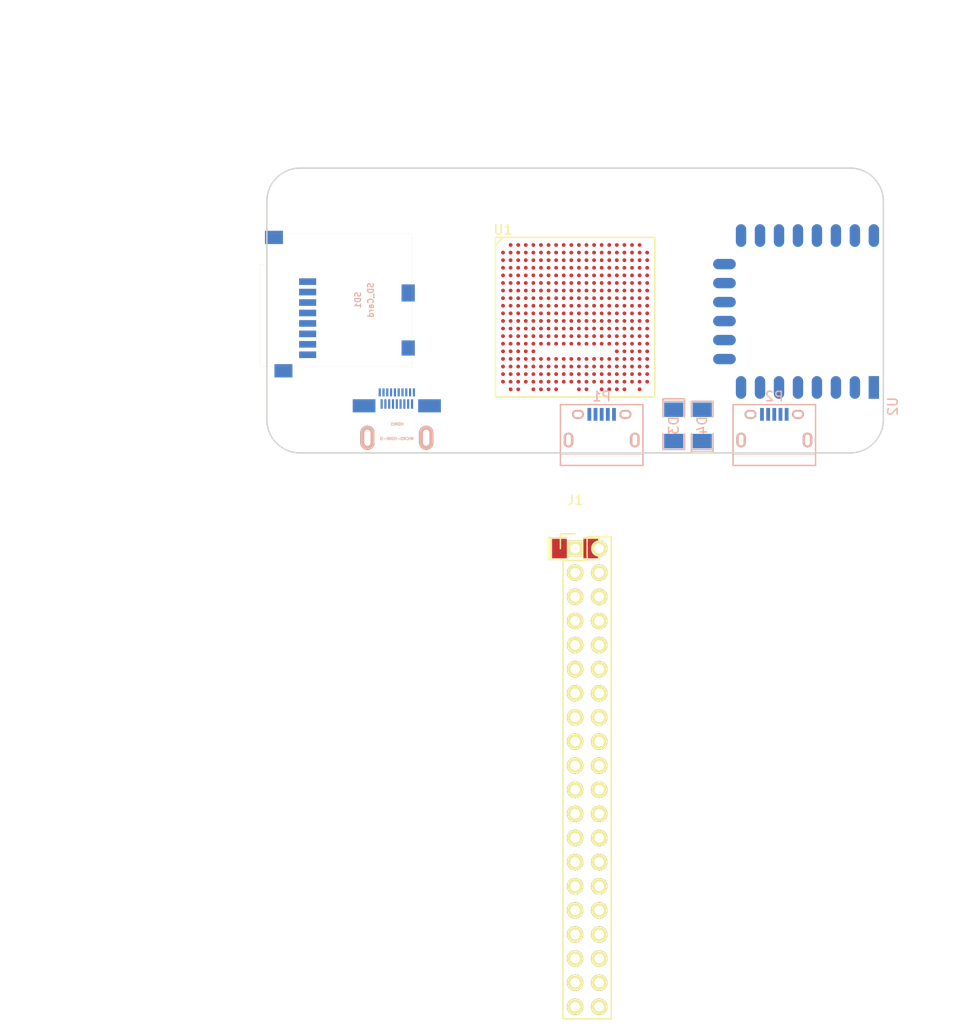
<source format=kicad_pcb>
(kicad_pcb (version 4) (host pcbnew 4.0.0~rc1a-stable)

  (general
    (links 190)
    (no_connects 190)
    (area 99.624999 62.624999 164.775001 92.775001)
    (thickness 1.6)
    (drawings 23)
    (tracks 0)
    (zones 0)
    (modules 11)
    (nets 44)
  )

  (page A4)
  (layers
    (0 F.Cu signal)
    (1 In1.Cu signal)
    (2 In2.Cu signal)
    (31 B.Cu signal)
    (32 B.Adhes user)
    (33 F.Adhes user)
    (34 B.Paste user)
    (35 F.Paste user)
    (36 B.SilkS user)
    (37 F.SilkS user)
    (38 B.Mask user)
    (39 F.Mask user)
    (40 Dwgs.User user)
    (41 Cmts.User user)
    (42 Eco1.User user)
    (43 Eco2.User user)
    (44 Edge.Cuts user)
    (45 Margin user)
    (46 B.CrtYd user)
    (47 F.CrtYd user)
    (48 B.Fab user)
    (49 F.Fab user)
  )

  (setup
    (last_trace_width 0.25)
    (trace_clearance 0.2)
    (zone_clearance 0.508)
    (zone_45_only no)
    (trace_min 0.2)
    (segment_width 0.2)
    (edge_width 0.15)
    (via_size 0.6)
    (via_drill 0.4)
    (via_min_size 0.4)
    (via_min_drill 0.3)
    (uvia_size 0.3)
    (uvia_drill 0.1)
    (uvias_allowed no)
    (uvia_min_size 0.2)
    (uvia_min_drill 0.1)
    (pcb_text_width 0.3)
    (pcb_text_size 1.5 1.5)
    (mod_edge_width 0.15)
    (mod_text_size 1 1)
    (mod_text_width 0.15)
    (pad_size 1.524 1.524)
    (pad_drill 0.762)
    (pad_to_mask_clearance 0.2)
    (aux_axis_origin 0 0)
    (grid_origin 132.2 79.2)
    (visible_elements FFFFFF7F)
    (pcbplotparams
      (layerselection 0x00030_80000001)
      (usegerberextensions false)
      (excludeedgelayer true)
      (linewidth 0.100000)
      (plotframeref false)
      (viasonmask false)
      (mode 1)
      (useauxorigin false)
      (hpglpennumber 1)
      (hpglpenspeed 20)
      (hpglpendiameter 15)
      (hpglpenoverlay 2)
      (psnegative false)
      (psa4output false)
      (plotreference true)
      (plotvalue true)
      (plotinvisibletext false)
      (padsonsilk false)
      (subtractmaskfromsilk false)
      (outputformat 1)
      (mirror false)
      (drillshape 1)
      (scaleselection 1)
      (outputdirectory ""))
  )

  (net 0 "")
  (net 1 GND)
  (net 2 VCC)
  (net 3 /TDI)
  (net 4 /TCK)
  (net 5 /TMS)
  (net 6 /TDO)
  (net 7 "Net-(P1-Pad6)")
  (net 8 "Net-(P2-Pad6)")
  (net 9 "Net-(HDMI1-PadSHD)")
  (net 10 +5V)
  (net 11 /USB5V)
  (net 12 "Net-(D4-Pad1)")
  (net 13 /gpio/IN5V)
  (net 14 /gpio/OUT5V)
  (net 15 /gpio/P5)
  (net 16 /gpio/P6)
  (net 17 /gpio/P7)
  (net 18 /gpio/P8)
  (net 19 /gpio/P9)
  (net 20 /gpio/P10)
  (net 21 /gpio/P11)
  (net 22 /gpio/P12)
  (net 23 /gpio/P13)
  (net 24 /gpio/P14)
  (net 25 /gpio/P17)
  (net 26 /gpio/P18)
  (net 27 /gpio/P19)
  (net 28 /gpio/P20)
  (net 29 /gpio/P21)
  (net 30 /gpio/P22)
  (net 31 /gpio/P23)
  (net 32 /gpio/P24)
  (net 33 /gpio/P25)
  (net 34 /gpio/P26)
  (net 35 /gpio/P27)
  (net 36 /gpio/P28)
  (net 37 /gpio/P29)
  (net 38 /gpio/P30)
  (net 39 /SD_3)
  (net 40 /MTMS)
  (net 41 /MTCK)
  (net 42 /MTDO)
  (net 43 /MTDI)

  (net_class Default "This is the default net class."
    (clearance 0.2)
    (trace_width 0.25)
    (via_dia 0.6)
    (via_drill 0.4)
    (uvia_dia 0.3)
    (uvia_drill 0.1)
    (add_net +5V)
    (add_net /MTCK)
    (add_net /MTDI)
    (add_net /MTDO)
    (add_net /MTMS)
    (add_net /SD_3)
    (add_net /TCK)
    (add_net /TDI)
    (add_net /TDO)
    (add_net /TMS)
    (add_net /USB5V)
    (add_net /gpio/IN5V)
    (add_net /gpio/OUT5V)
    (add_net /gpio/P10)
    (add_net /gpio/P11)
    (add_net /gpio/P12)
    (add_net /gpio/P13)
    (add_net /gpio/P14)
    (add_net /gpio/P17)
    (add_net /gpio/P18)
    (add_net /gpio/P19)
    (add_net /gpio/P20)
    (add_net /gpio/P21)
    (add_net /gpio/P22)
    (add_net /gpio/P23)
    (add_net /gpio/P24)
    (add_net /gpio/P25)
    (add_net /gpio/P26)
    (add_net /gpio/P27)
    (add_net /gpio/P28)
    (add_net /gpio/P29)
    (add_net /gpio/P30)
    (add_net /gpio/P5)
    (add_net /gpio/P6)
    (add_net /gpio/P7)
    (add_net /gpio/P8)
    (add_net /gpio/P9)
    (add_net "Net-(D4-Pad1)")
    (add_net "Net-(HDMI1-PadSHD)")
    (add_net "Net-(P1-Pad6)")
    (add_net "Net-(P2-Pad6)")
    (add_net VCC)
  )

  (net_class BGA ""
    (clearance 0.1)
    (trace_width 0.2)
    (via_dia 0.6)
    (via_drill 0.4)
    (uvia_dia 0.3)
    (uvia_drill 0.1)
    (add_net GND)
  )

  (module ESP8266:ESP-12E (layer B.Cu) (tedit 559F8D21) (tstamp 56A95491)
    (at 163.696 85.804 90)
    (descr "Module, ESP-8266, ESP-12, 16 pad, SMD")
    (tags "Module ESP-8266 ESP8266")
    (path /56AC980A)
    (fp_text reference U2 (at -2 2 90) (layer B.SilkS)
      (effects (font (size 1 1) (thickness 0.15)) (justify mirror))
    )
    (fp_text value ESP-12E (at 8 -1 90) (layer B.Fab)
      (effects (font (size 1 1) (thickness 0.15)) (justify mirror))
    )
    (fp_line (start 16 8.4) (end 0 2.6) (layer B.CrtYd) (width 0.1524))
    (fp_line (start 0 8.4) (end 16 2.6) (layer B.CrtYd) (width 0.1524))
    (fp_text user "No Copper" (at 7.9 5.4 90) (layer B.CrtYd)
      (effects (font (size 1 1) (thickness 0.15)) (justify mirror))
    )
    (fp_line (start 0 8.4) (end 0 2.6) (layer B.CrtYd) (width 0.1524))
    (fp_line (start 0 2.6) (end 16 2.6) (layer B.CrtYd) (width 0.1524))
    (fp_line (start 16 2.6) (end 16 8.4) (layer B.CrtYd) (width 0.1524))
    (fp_line (start 16 8.4) (end 0 8.4) (layer B.CrtYd) (width 0.1524))
    (fp_line (start 16 8.4) (end 16 -15.6) (layer B.Fab) (width 0.1524))
    (fp_line (start 16 -15.6) (end 0 -15.6) (layer B.Fab) (width 0.1524))
    (fp_line (start 0 -15.6) (end 0 8.4) (layer B.Fab) (width 0.1524))
    (fp_line (start 0 8.4) (end 16 8.4) (layer B.Fab) (width 0.1524))
    (pad 9 smd oval (at 2.99 -15.75) (size 2.4 1.1) (layers B.Cu B.Paste B.Mask)
      (net 42 /MTDO))
    (pad 10 smd oval (at 4.99 -15.75) (size 2.4 1.1) (layers B.Cu B.Paste B.Mask)
      (net 43 /MTDI))
    (pad 11 smd oval (at 6.99 -15.75) (size 2.4 1.1) (layers B.Cu B.Paste B.Mask)
      (net 39 /SD_3))
    (pad 12 smd oval (at 8.99 -15.75) (size 2.4 1.1) (layers B.Cu B.Paste B.Mask)
      (net 40 /MTMS))
    (pad 13 smd oval (at 10.99 -15.75) (size 2.4 1.1) (layers B.Cu B.Paste B.Mask)
      (net 41 /MTCK))
    (pad 14 smd oval (at 12.99 -15.75) (size 2.4 1.1) (layers B.Cu B.Paste B.Mask))
    (pad 1 smd rect (at 0 0 90) (size 2.4 1.1) (layers B.Cu B.Paste B.Mask))
    (pad 2 smd oval (at 0 -2 90) (size 2.4 1.1) (layers B.Cu B.Paste B.Mask))
    (pad 3 smd oval (at 0 -4 90) (size 2.4 1.1) (layers B.Cu B.Paste B.Mask))
    (pad 4 smd oval (at 0 -6 90) (size 2.4 1.1) (layers B.Cu B.Paste B.Mask)
      (net 3 /TDI))
    (pad 5 smd oval (at 0 -8 90) (size 2.4 1.1) (layers B.Cu B.Paste B.Mask)
      (net 6 /TDO))
    (pad 6 smd oval (at 0 -10 90) (size 2.4 1.1) (layers B.Cu B.Paste B.Mask)
      (net 4 /TCK))
    (pad 7 smd oval (at 0 -12 90) (size 2.4 1.1) (layers B.Cu B.Paste B.Mask)
      (net 5 /TMS))
    (pad 8 smd oval (at 0 -14 90) (size 2.4 1.1) (layers B.Cu B.Paste B.Mask))
    (pad 15 smd oval (at 16 -14 90) (size 2.4 1.1) (layers B.Cu B.Paste B.Mask)
      (net 1 GND))
    (pad 16 smd oval (at 16 -12 90) (size 2.4 1.1) (layers B.Cu B.Paste B.Mask))
    (pad 17 smd oval (at 16 -10 90) (size 2.4 1.1) (layers B.Cu B.Paste B.Mask))
    (pad 18 smd oval (at 16 -8 90) (size 2.4 1.1) (layers B.Cu B.Paste B.Mask))
    (pad 19 smd oval (at 16 -6 90) (size 2.4 1.1) (layers B.Cu B.Paste B.Mask))
    (pad 20 smd oval (at 16 -4 90) (size 2.4 1.1) (layers B.Cu B.Paste B.Mask))
    (pad 21 smd oval (at 16 -2 90) (size 2.4 1.1) (layers B.Cu B.Paste B.Mask))
    (pad 22 smd oval (at 16 0 90) (size 2.4 1.1) (layers B.Cu B.Paste B.Mask))
    (model ${ESPLIB}/ESP8266.3dshapes/ESP-12.wrl
      (at (xyz 0.04 0 0))
      (scale (xyz 0.3937 0.3937 0.3937))
      (rotate (xyz 0 0 0))
    )
  )

  (module Connect:USB_Micro-B (layer B.Cu) (tedit 5543E447) (tstamp 56A9630A)
    (at 135 90.2 180)
    (descr "Micro USB Type B Receptacle")
    (tags "USB USB_B USB_micro USB_OTG")
    (path /56ACC213)
    (attr smd)
    (fp_text reference P1 (at 0 3.45 180) (layer B.SilkS)
      (effects (font (size 1 1) (thickness 0.15)) (justify mirror))
    )
    (fp_text value USB_FTDI (at 0 -4.8 180) (layer B.Fab)
      (effects (font (size 1 1) (thickness 0.15)) (justify mirror))
    )
    (fp_line (start -4.6 2.8) (end 4.6 2.8) (layer B.CrtYd) (width 0.05))
    (fp_line (start 4.6 2.8) (end 4.6 -4.05) (layer B.CrtYd) (width 0.05))
    (fp_line (start 4.6 -4.05) (end -4.6 -4.05) (layer B.CrtYd) (width 0.05))
    (fp_line (start -4.6 -4.05) (end -4.6 2.8) (layer B.CrtYd) (width 0.05))
    (fp_line (start -4.3509 -3.81746) (end 4.3491 -3.81746) (layer B.SilkS) (width 0.15))
    (fp_line (start -4.3509 2.58754) (end 4.3491 2.58754) (layer B.SilkS) (width 0.15))
    (fp_line (start 4.3491 2.58754) (end 4.3491 -3.81746) (layer B.SilkS) (width 0.15))
    (fp_line (start 4.3491 -2.58746) (end -4.3509 -2.58746) (layer B.SilkS) (width 0.15))
    (fp_line (start -4.3509 -3.81746) (end -4.3509 2.58754) (layer B.SilkS) (width 0.15))
    (pad 1 smd rect (at -1.3009 1.56254 90) (size 1.35 0.4) (layers B.Cu B.Paste B.Mask)
      (net 11 /USB5V))
    (pad 2 smd rect (at -0.6509 1.56254 90) (size 1.35 0.4) (layers B.Cu B.Paste B.Mask))
    (pad 3 smd rect (at -0.0009 1.56254 90) (size 1.35 0.4) (layers B.Cu B.Paste B.Mask))
    (pad 4 smd rect (at 0.6491 1.56254 90) (size 1.35 0.4) (layers B.Cu B.Paste B.Mask))
    (pad 5 smd rect (at 1.2991 1.56254 90) (size 1.35 0.4) (layers B.Cu B.Paste B.Mask))
    (pad 6 thru_hole oval (at -2.5009 1.56254 90) (size 0.95 1.25) (drill oval 0.55 0.85) (layers *.Cu *.Mask B.SilkS)
      (net 7 "Net-(P1-Pad6)"))
    (pad 6 thru_hole oval (at 2.4991 1.56254 90) (size 0.95 1.25) (drill oval 0.55 0.85) (layers *.Cu *.Mask B.SilkS)
      (net 7 "Net-(P1-Pad6)"))
    (pad 6 thru_hole oval (at -3.5009 -1.13746 90) (size 1.55 1) (drill oval 1.15 0.5) (layers *.Cu *.Mask B.SilkS)
      (net 7 "Net-(P1-Pad6)"))
    (pad 6 thru_hole oval (at 3.4991 -1.13746 90) (size 1.55 1) (drill oval 1.15 0.5) (layers *.Cu *.Mask B.SilkS)
      (net 7 "Net-(P1-Pad6)"))
  )

  (module Connect:USB_Micro-B (layer B.Cu) (tedit 5543E447) (tstamp 56A96317)
    (at 153.2 90.2 180)
    (descr "Micro USB Type B Receptacle")
    (tags "USB USB_B USB_micro USB_OTG")
    (path /56ACC38E)
    (attr smd)
    (fp_text reference P2 (at 0 3.45 180) (layer B.SilkS)
      (effects (font (size 1 1) (thickness 0.15)) (justify mirror))
    )
    (fp_text value USB_FPGA (at 0 -4.8 180) (layer B.Fab)
      (effects (font (size 1 1) (thickness 0.15)) (justify mirror))
    )
    (fp_line (start -4.6 2.8) (end 4.6 2.8) (layer B.CrtYd) (width 0.05))
    (fp_line (start 4.6 2.8) (end 4.6 -4.05) (layer B.CrtYd) (width 0.05))
    (fp_line (start 4.6 -4.05) (end -4.6 -4.05) (layer B.CrtYd) (width 0.05))
    (fp_line (start -4.6 -4.05) (end -4.6 2.8) (layer B.CrtYd) (width 0.05))
    (fp_line (start -4.3509 -3.81746) (end 4.3491 -3.81746) (layer B.SilkS) (width 0.15))
    (fp_line (start -4.3509 2.58754) (end 4.3491 2.58754) (layer B.SilkS) (width 0.15))
    (fp_line (start 4.3491 2.58754) (end 4.3491 -3.81746) (layer B.SilkS) (width 0.15))
    (fp_line (start 4.3491 -2.58746) (end -4.3509 -2.58746) (layer B.SilkS) (width 0.15))
    (fp_line (start -4.3509 -3.81746) (end -4.3509 2.58754) (layer B.SilkS) (width 0.15))
    (pad 1 smd rect (at -1.3009 1.56254 90) (size 1.35 0.4) (layers B.Cu B.Paste B.Mask)
      (net 12 "Net-(D4-Pad1)"))
    (pad 2 smd rect (at -0.6509 1.56254 90) (size 1.35 0.4) (layers B.Cu B.Paste B.Mask))
    (pad 3 smd rect (at -0.0009 1.56254 90) (size 1.35 0.4) (layers B.Cu B.Paste B.Mask))
    (pad 4 smd rect (at 0.6491 1.56254 90) (size 1.35 0.4) (layers B.Cu B.Paste B.Mask))
    (pad 5 smd rect (at 1.2991 1.56254 90) (size 1.35 0.4) (layers B.Cu B.Paste B.Mask))
    (pad 6 thru_hole oval (at -2.5009 1.56254 90) (size 0.95 1.25) (drill oval 0.55 0.85) (layers *.Cu *.Mask B.SilkS)
      (net 8 "Net-(P2-Pad6)"))
    (pad 6 thru_hole oval (at 2.4991 1.56254 90) (size 0.95 1.25) (drill oval 0.55 0.85) (layers *.Cu *.Mask B.SilkS)
      (net 8 "Net-(P2-Pad6)"))
    (pad 6 thru_hole oval (at -3.5009 -1.13746 90) (size 1.55 1) (drill oval 1.15 0.5) (layers *.Cu *.Mask B.SilkS)
      (net 8 "Net-(P2-Pad6)"))
    (pad 6 thru_hole oval (at 3.4991 -1.13746 90) (size 1.55 1) (drill oval 1.15 0.5) (layers *.Cu *.Mask B.SilkS)
      (net 8 "Net-(P2-Pad6)"))
  )

  (module micro-hdmi-d:MICRO-HDMI-D (layer B.Cu) (tedit 53F70906) (tstamp 56A965BA)
    (at 113.4 92.8 180)
    (path /56ACD5D4)
    (attr smd)
    (fp_text reference HDMI1 (at -0.025 3.125 180) (layer B.SilkS)
      (effects (font (size 0.3 0.3) (thickness 0.075)) (justify mirror))
    )
    (fp_text value MICRO-HDMI-D (at 0 1.6 180) (layer B.SilkS)
      (effects (font (size 0.3 0.3) (thickness 0.075)) (justify mirror))
    )
    (fp_line (start -3.3 0) (end -3.3 -0.7) (layer B.SilkS) (width 0.001))
    (fp_line (start -3.3 -0.7) (end 3.3 -0.7) (layer B.SilkS) (width 0.001))
    (fp_line (start 3.3 -0.7) (end 3.3 0) (layer B.SilkS) (width 0.001))
    (fp_line (start -3.3 0) (end -3.3 6.8) (layer B.SilkS) (width 0.001))
    (fp_line (start -3.3 6.8) (end 3.3 6.8) (layer B.SilkS) (width 0.001))
    (fp_line (start 3.3 6.8) (end 3.3 0) (layer B.SilkS) (width 0.001))
    (fp_line (start 3.3 0) (end -3.3 0) (layer B.SilkS) (width 0.001))
    (pad 1 smd rect (at 1.8 6.475 180) (size 0.23 0.85) (layers B.Cu B.Paste B.Mask))
    (pad 3 smd rect (at 1.4 6.475 180) (size 0.23 0.85) (layers B.Cu B.Paste B.Mask))
    (pad 5 smd rect (at 1 6.475 180) (size 0.23 0.85) (layers B.Cu B.Paste B.Mask))
    (pad 7 smd rect (at 0.6 6.475 180) (size 0.23 0.85) (layers B.Cu B.Paste B.Mask))
    (pad 9 smd rect (at 0.2 6.475 180) (size 0.23 0.85) (layers B.Cu B.Paste B.Mask))
    (pad 11 smd rect (at -0.2 6.475 180) (size 0.23 0.85) (layers B.Cu B.Paste B.Mask))
    (pad 13 smd rect (at -0.6 6.475 180) (size 0.23 0.85) (layers B.Cu B.Paste B.Mask))
    (pad 15 smd rect (at -1 6.475 180) (size 0.23 0.85) (layers B.Cu B.Paste B.Mask))
    (pad 17 smd rect (at -1.4 6.475 180) (size 0.23 0.85) (layers B.Cu B.Paste B.Mask))
    (pad 19 smd rect (at -1.8 6.475 180) (size 0.23 0.85) (layers B.Cu B.Paste B.Mask))
    (pad 2 smd rect (at 1.6 5.25 180) (size 0.23 1) (layers B.Cu B.Paste B.Mask))
    (pad 4 smd rect (at 1.2 5.25 180) (size 0.23 1) (layers B.Cu B.Paste B.Mask))
    (pad 6 smd rect (at 0.8 5.25 180) (size 0.23 1) (layers B.Cu B.Paste B.Mask))
    (pad 8 smd rect (at 0.4 5.25 180) (size 0.23 1) (layers B.Cu B.Paste B.Mask))
    (pad 10 smd rect (at 0 5.25 180) (size 0.23 1) (layers B.Cu B.Paste B.Mask))
    (pad 12 smd rect (at -0.4 5.25 180) (size 0.23 1) (layers B.Cu B.Paste B.Mask))
    (pad 14 smd rect (at -0.8 5.25 180) (size 0.23 1) (layers B.Cu B.Paste B.Mask))
    (pad 16 smd rect (at -1.2 5.25 180) (size 0.23 1) (layers B.Cu B.Paste B.Mask))
    (pad 18 smd rect (at -1.6 5.25 180) (size 0.23 1) (layers B.Cu B.Paste B.Mask))
    (pad SHD smd rect (at 3.45 5.06 180) (size 2.4 1.38) (layers B.Cu B.Paste B.Mask)
      (net 9 "Net-(HDMI1-PadSHD)"))
    (pad SHD smd rect (at -3.45 5.06 180) (size 2.4 1.38) (layers B.Cu B.Paste B.Mask)
      (net 9 "Net-(HDMI1-PadSHD)"))
    (pad "" thru_hole oval (at -3.1 1.7 180) (size 1.5 2.55) (drill oval 0.65 1.7) (layers *.Cu *.Mask B.SilkS))
    (pad "" thru_hole oval (at 3.1 1.7 180) (size 1.5 2.55) (drill oval 0.65 1.7) (layers *.Cu *.Mask B.SilkS))
  )

  (module micro-sd:MicroSD_TF02D (layer B.Cu) (tedit 52721666) (tstamp 56A966AB)
    (at 115 76.6 90)
    (path /56ACBF19)
    (fp_text reference SD1 (at 0 -5.7 90) (layer B.SilkS)
      (effects (font (size 0.59944 0.59944) (thickness 0.12446)) (justify mirror))
    )
    (fp_text value SD_Card (at 0 -4.35 90) (layer B.SilkS)
      (effects (font (size 0.59944 0.59944) (thickness 0.12446)) (justify mirror))
    )
    (fp_line (start 3.8 -15.2) (end 3.8 -16) (layer B.SilkS) (width 0.01016))
    (fp_line (start 3.8 -16) (end -7 -16) (layer B.SilkS) (width 0.01016))
    (fp_line (start -7 -16) (end -7 -15.2) (layer B.SilkS) (width 0.01016))
    (fp_line (start 7 0) (end 7 -15.2) (layer B.SilkS) (width 0.01016))
    (fp_line (start 7 -15.2) (end -7 -15.2) (layer B.SilkS) (width 0.01016))
    (fp_line (start -7 -15.2) (end -7 0) (layer B.SilkS) (width 0.01016))
    (fp_line (start -7 0) (end 7 0) (layer B.SilkS) (width 0.01016))
    (pad 1 smd rect (at 1.94 -11 90) (size 0.7 1.8) (layers B.Cu B.Paste B.Mask)
      (net 39 /SD_3))
    (pad 2 smd rect (at 0.84 -11 90) (size 0.7 1.8) (layers B.Cu B.Paste B.Mask)
      (net 40 /MTMS))
    (pad 3 smd rect (at -0.26 -11 90) (size 0.7 1.8) (layers B.Cu B.Paste B.Mask))
    (pad 4 smd rect (at -1.36 -11 90) (size 0.7 1.8) (layers B.Cu B.Paste B.Mask))
    (pad 5 smd rect (at -2.46 -11 90) (size 0.7 1.8) (layers B.Cu B.Paste B.Mask)
      (net 41 /MTCK))
    (pad 6 smd rect (at -3.56 -11 90) (size 0.7 1.8) (layers B.Cu B.Paste B.Mask))
    (pad 7 smd rect (at -4.66 -11 90) (size 0.7 1.8) (layers B.Cu B.Paste B.Mask)
      (net 42 /MTDO))
    (pad 8 smd rect (at -5.76 -11 90) (size 0.7 1.8) (layers B.Cu B.Paste B.Mask)
      (net 43 /MTDI))
    (pad S smd rect (at -5.05 -0.4 90) (size 1.6 1.4) (layers B.Cu B.Paste B.Mask))
    (pad S smd rect (at 0.75 -0.4 90) (size 1.8 1.4) (layers B.Cu B.Paste B.Mask))
    (pad G smd rect (at -7.45 -13.55 90) (size 1.4 1.9) (layers B.Cu B.Paste B.Mask))
    (pad G smd rect (at 6.6 -14.55 90) (size 1.4 1.9) (layers B.Cu B.Paste B.Mask))
  )

  (module SMD_Packages:SMD-1206_Pol (layer B.Cu) (tedit 0) (tstamp 56A9E50E)
    (at 142.6 89.8 270)
    (path /56AA1324)
    (attr smd)
    (fp_text reference D3 (at 0 0 270) (layer B.SilkS)
      (effects (font (size 1 1) (thickness 0.15)) (justify mirror))
    )
    (fp_text value 2A (at 0 0 270) (layer B.Fab)
      (effects (font (size 1 1) (thickness 0.15)) (justify mirror))
    )
    (fp_line (start -2.54 1.143) (end -2.794 1.143) (layer B.SilkS) (width 0.15))
    (fp_line (start -2.794 1.143) (end -2.794 -1.143) (layer B.SilkS) (width 0.15))
    (fp_line (start -2.794 -1.143) (end -2.54 -1.143) (layer B.SilkS) (width 0.15))
    (fp_line (start -2.54 1.143) (end -2.54 -1.143) (layer B.SilkS) (width 0.15))
    (fp_line (start -2.54 -1.143) (end -0.889 -1.143) (layer B.SilkS) (width 0.15))
    (fp_line (start 0.889 1.143) (end 2.54 1.143) (layer B.SilkS) (width 0.15))
    (fp_line (start 2.54 1.143) (end 2.54 -1.143) (layer B.SilkS) (width 0.15))
    (fp_line (start 2.54 -1.143) (end 0.889 -1.143) (layer B.SilkS) (width 0.15))
    (fp_line (start -0.889 1.143) (end -2.54 1.143) (layer B.SilkS) (width 0.15))
    (pad 1 smd rect (at -1.651 0 270) (size 1.524 2.032) (layers B.Cu B.Paste B.Mask)
      (net 10 +5V))
    (pad 2 smd rect (at 1.651 0 270) (size 1.524 2.032) (layers B.Cu B.Paste B.Mask)
      (net 11 /USB5V))
    (model SMD_Packages.3dshapes/SMD-1206_Pol.wrl
      (at (xyz 0 0 0))
      (scale (xyz 0.17 0.16 0.16))
      (rotate (xyz 0 0 0))
    )
  )

  (module SMD_Packages:SMD-1206_Pol (layer B.Cu) (tedit 0) (tstamp 56A9E514)
    (at 145.6 89.8 90)
    (path /56AA2821)
    (attr smd)
    (fp_text reference D4 (at 0 0 90) (layer B.SilkS)
      (effects (font (size 1 1) (thickness 0.15)) (justify mirror))
    )
    (fp_text value 2A (at 0 0 90) (layer B.Fab)
      (effects (font (size 1 1) (thickness 0.15)) (justify mirror))
    )
    (fp_line (start -2.54 1.143) (end -2.794 1.143) (layer B.SilkS) (width 0.15))
    (fp_line (start -2.794 1.143) (end -2.794 -1.143) (layer B.SilkS) (width 0.15))
    (fp_line (start -2.794 -1.143) (end -2.54 -1.143) (layer B.SilkS) (width 0.15))
    (fp_line (start -2.54 1.143) (end -2.54 -1.143) (layer B.SilkS) (width 0.15))
    (fp_line (start -2.54 -1.143) (end -0.889 -1.143) (layer B.SilkS) (width 0.15))
    (fp_line (start 0.889 1.143) (end 2.54 1.143) (layer B.SilkS) (width 0.15))
    (fp_line (start 2.54 1.143) (end 2.54 -1.143) (layer B.SilkS) (width 0.15))
    (fp_line (start 2.54 -1.143) (end 0.889 -1.143) (layer B.SilkS) (width 0.15))
    (fp_line (start -0.889 1.143) (end -2.54 1.143) (layer B.SilkS) (width 0.15))
    (pad 1 smd rect (at -1.651 0 90) (size 1.524 2.032) (layers B.Cu B.Paste B.Mask)
      (net 12 "Net-(D4-Pad1)"))
    (pad 2 smd rect (at 1.651 0 90) (size 1.524 2.032) (layers B.Cu B.Paste B.Mask)
      (net 10 +5V))
    (model SMD_Packages.3dshapes/SMD-1206_Pol.wrl
      (at (xyz 0 0 0))
      (scale (xyz 0.17 0.16 0.16))
      (rotate (xyz 0 0 0))
    )
  )

  (module lfe5bg381:BGA-381_pitch0.8mm_dia0.4mm (layer F.Cu) (tedit 56A8C998) (tstamp 56AA0CD9)
    (at 132.2 78.4)
    (path /56AA9804)
    (attr smd)
    (fp_text reference U1 (at -7.6 -9.2) (layer F.SilkS)
      (effects (font (size 1 1) (thickness 0.15)))
    )
    (fp_text value LFE5-BG381 (at 2 -9.2) (layer F.Fab)
      (effects (font (size 1 1) (thickness 0.15)))
    )
    (fp_line (start -8.4 8.4) (end 8.4 8.4) (layer F.SilkS) (width 0.15))
    (fp_line (start 8.4 8.4) (end 8.4 -8.4) (layer F.SilkS) (width 0.15))
    (fp_line (start 8.4 -8.4) (end -8.4 -8.4) (layer F.SilkS) (width 0.15))
    (fp_line (start -8.4 -8.4) (end -8.4 8.4) (layer F.SilkS) (width 0.15))
    (fp_line (start -7.6 -8.4) (end -8.4 -7.6) (layer F.SilkS) (width 0.15))
    (pad A2 smd circle (at -6.8 -7.6) (size 0.4 0.4) (layers F.Cu F.Paste F.Mask))
    (pad A3 smd circle (at -6 -7.6) (size 0.4 0.4) (layers F.Cu F.Paste F.Mask))
    (pad A4 smd circle (at -5.2 -7.6) (size 0.4 0.4) (layers F.Cu F.Paste F.Mask))
    (pad A5 smd circle (at -4.4 -7.6) (size 0.4 0.4) (layers F.Cu F.Paste F.Mask))
    (pad A6 smd circle (at -3.6 -7.6) (size 0.4 0.4) (layers F.Cu F.Paste F.Mask)
      (net 38 /gpio/P30))
    (pad A7 smd circle (at -2.8 -7.6) (size 0.4 0.4) (layers F.Cu F.Paste F.Mask)
      (net 26 /gpio/P18))
    (pad A8 smd circle (at -2 -7.6) (size 0.4 0.4) (layers F.Cu F.Paste F.Mask)
      (net 25 /gpio/P17))
    (pad A9 smd circle (at -1.2 -7.6) (size 0.4 0.4) (layers F.Cu F.Paste F.Mask)
      (net 20 /gpio/P10))
    (pad A10 smd circle (at -0.4 -7.6) (size 0.4 0.4) (layers F.Cu F.Paste F.Mask)
      (net 17 /gpio/P7))
    (pad A11 smd circle (at 0.4 -7.6) (size 0.4 0.4) (layers F.Cu F.Paste F.Mask)
      (net 18 /gpio/P8))
    (pad A12 smd circle (at 1.2 -7.6) (size 0.4 0.4) (layers F.Cu F.Paste F.Mask))
    (pad A13 smd circle (at 2 -7.6) (size 0.4 0.4) (layers F.Cu F.Paste F.Mask))
    (pad A14 smd circle (at 2.8 -7.6) (size 0.4 0.4) (layers F.Cu F.Paste F.Mask))
    (pad A15 smd circle (at 3.6 -7.6) (size 0.4 0.4) (layers F.Cu F.Paste F.Mask))
    (pad A16 smd circle (at 4.4 -7.6) (size 0.4 0.4) (layers F.Cu F.Paste F.Mask))
    (pad A17 smd circle (at 5.2 -7.6) (size 0.4 0.4) (layers F.Cu F.Paste F.Mask))
    (pad A18 smd circle (at 6 -7.6) (size 0.4 0.4) (layers F.Cu F.Paste F.Mask))
    (pad A19 smd circle (at 6.8 -7.6) (size 0.4 0.4) (layers F.Cu F.Paste F.Mask))
    (pad B1 smd circle (at -7.6 -6.8) (size 0.4 0.4) (layers F.Cu F.Paste F.Mask))
    (pad B2 smd circle (at -6.8 -6.8) (size 0.4 0.4) (layers F.Cu F.Paste F.Mask))
    (pad B3 smd circle (at -6 -6.8) (size 0.4 0.4) (layers F.Cu F.Paste F.Mask))
    (pad B4 smd circle (at -5.2 -6.8) (size 0.4 0.4) (layers F.Cu F.Paste F.Mask))
    (pad B5 smd circle (at -4.4 -6.8) (size 0.4 0.4) (layers F.Cu F.Paste F.Mask))
    (pad B6 smd circle (at -3.6 -6.8) (size 0.4 0.4) (layers F.Cu F.Paste F.Mask)
      (net 37 /gpio/P29))
    (pad B7 smd circle (at -2.8 -6.8) (size 0.4 0.4) (layers F.Cu F.Paste F.Mask)
      (net 1 GND))
    (pad B8 smd circle (at -2 -6.8) (size 0.4 0.4) (layers F.Cu F.Paste F.Mask)
      (net 27 /gpio/P19))
    (pad B9 smd circle (at -1.2 -6.8) (size 0.4 0.4) (layers F.Cu F.Paste F.Mask)
      (net 22 /gpio/P12))
    (pad B10 smd circle (at -0.4 -6.8) (size 0.4 0.4) (layers F.Cu F.Paste F.Mask)
      (net 19 /gpio/P9))
    (pad B11 smd circle (at 0.4 -6.8) (size 0.4 0.4) (layers F.Cu F.Paste F.Mask)
      (net 15 /gpio/P5))
    (pad B12 smd circle (at 1.2 -6.8) (size 0.4 0.4) (layers F.Cu F.Paste F.Mask))
    (pad B13 smd circle (at 2 -6.8) (size 0.4 0.4) (layers F.Cu F.Paste F.Mask))
    (pad B14 smd circle (at 2.8 -6.8) (size 0.4 0.4) (layers F.Cu F.Paste F.Mask)
      (net 1 GND))
    (pad B15 smd circle (at 3.6 -6.8) (size 0.4 0.4) (layers F.Cu F.Paste F.Mask))
    (pad B16 smd circle (at 4.4 -6.8) (size 0.4 0.4) (layers F.Cu F.Paste F.Mask))
    (pad B17 smd circle (at 5.2 -6.8) (size 0.4 0.4) (layers F.Cu F.Paste F.Mask))
    (pad B18 smd circle (at 6 -6.8) (size 0.4 0.4) (layers F.Cu F.Paste F.Mask))
    (pad B19 smd circle (at 6.8 -6.8) (size 0.4 0.4) (layers F.Cu F.Paste F.Mask))
    (pad B20 smd circle (at 7.6 -6.8) (size 0.4 0.4) (layers F.Cu F.Paste F.Mask))
    (pad C1 smd circle (at -7.6 -6) (size 0.4 0.4) (layers F.Cu F.Paste F.Mask))
    (pad C2 smd circle (at -6.8 -6) (size 0.4 0.4) (layers F.Cu F.Paste F.Mask))
    (pad C3 smd circle (at -6 -6) (size 0.4 0.4) (layers F.Cu F.Paste F.Mask))
    (pad C4 smd circle (at -5.2 -6) (size 0.4 0.4) (layers F.Cu F.Paste F.Mask))
    (pad C5 smd circle (at -4.4 -6) (size 0.4 0.4) (layers F.Cu F.Paste F.Mask))
    (pad C6 smd circle (at -3.6 -6) (size 0.4 0.4) (layers F.Cu F.Paste F.Mask)
      (net 32 /gpio/P24))
    (pad C7 smd circle (at -2.8 -6) (size 0.4 0.4) (layers F.Cu F.Paste F.Mask)
      (net 31 /gpio/P23))
    (pad C8 smd circle (at -2 -6) (size 0.4 0.4) (layers F.Cu F.Paste F.Mask)
      (net 28 /gpio/P20))
    (pad C9 smd circle (at -1.2 -6) (size 0.4 0.4) (layers F.Cu F.Paste F.Mask))
    (pad C10 smd circle (at -0.4 -6) (size 0.4 0.4) (layers F.Cu F.Paste F.Mask)
      (net 21 /gpio/P11))
    (pad C11 smd circle (at 0.4 -6) (size 0.4 0.4) (layers F.Cu F.Paste F.Mask)
      (net 16 /gpio/P6))
    (pad C12 smd circle (at 1.2 -6) (size 0.4 0.4) (layers F.Cu F.Paste F.Mask))
    (pad C13 smd circle (at 2 -6) (size 0.4 0.4) (layers F.Cu F.Paste F.Mask))
    (pad C14 smd circle (at 2.8 -6) (size 0.4 0.4) (layers F.Cu F.Paste F.Mask))
    (pad C15 smd circle (at 3.6 -6) (size 0.4 0.4) (layers F.Cu F.Paste F.Mask))
    (pad C16 smd circle (at 4.4 -6) (size 0.4 0.4) (layers F.Cu F.Paste F.Mask))
    (pad C17 smd circle (at 5.2 -6) (size 0.4 0.4) (layers F.Cu F.Paste F.Mask))
    (pad C18 smd circle (at 6 -6) (size 0.4 0.4) (layers F.Cu F.Paste F.Mask))
    (pad C19 smd circle (at 6.8 -6) (size 0.4 0.4) (layers F.Cu F.Paste F.Mask)
      (net 1 GND))
    (pad C20 smd circle (at 7.6 -6) (size 0.4 0.4) (layers F.Cu F.Paste F.Mask))
    (pad D1 smd circle (at -7.6 -5.2) (size 0.4 0.4) (layers F.Cu F.Paste F.Mask))
    (pad D2 smd circle (at -6.8 -5.2) (size 0.4 0.4) (layers F.Cu F.Paste F.Mask))
    (pad D3 smd circle (at -6 -5.2) (size 0.4 0.4) (layers F.Cu F.Paste F.Mask))
    (pad D4 smd circle (at -5.2 -5.2) (size 0.4 0.4) (layers F.Cu F.Paste F.Mask)
      (net 1 GND))
    (pad D5 smd circle (at -4.4 -5.2) (size 0.4 0.4) (layers F.Cu F.Paste F.Mask))
    (pad D6 smd circle (at -3.6 -5.2) (size 0.4 0.4) (layers F.Cu F.Paste F.Mask)
      (net 35 /gpio/P27))
    (pad D7 smd circle (at -2.8 -5.2) (size 0.4 0.4) (layers F.Cu F.Paste F.Mask)
      (net 33 /gpio/P25))
    (pad D8 smd circle (at -2 -5.2) (size 0.4 0.4) (layers F.Cu F.Paste F.Mask)
      (net 29 /gpio/P21))
    (pad D9 smd circle (at -1.2 -5.2) (size 0.4 0.4) (layers F.Cu F.Paste F.Mask)
      (net 24 /gpio/P14))
    (pad D10 smd circle (at -0.4 -5.2) (size 0.4 0.4) (layers F.Cu F.Paste F.Mask))
    (pad D11 smd circle (at 0.4 -5.2) (size 0.4 0.4) (layers F.Cu F.Paste F.Mask))
    (pad D12 smd circle (at 1.2 -5.2) (size 0.4 0.4) (layers F.Cu F.Paste F.Mask))
    (pad D13 smd circle (at 2 -5.2) (size 0.4 0.4) (layers F.Cu F.Paste F.Mask))
    (pad D14 smd circle (at 2.8 -5.2) (size 0.4 0.4) (layers F.Cu F.Paste F.Mask))
    (pad D15 smd circle (at 3.6 -5.2) (size 0.4 0.4) (layers F.Cu F.Paste F.Mask))
    (pad D16 smd circle (at 4.4 -5.2) (size 0.4 0.4) (layers F.Cu F.Paste F.Mask))
    (pad D17 smd circle (at 5.2 -5.2) (size 0.4 0.4) (layers F.Cu F.Paste F.Mask))
    (pad D18 smd circle (at 6 -5.2) (size 0.4 0.4) (layers F.Cu F.Paste F.Mask))
    (pad D19 smd circle (at 6.8 -5.2) (size 0.4 0.4) (layers F.Cu F.Paste F.Mask))
    (pad D20 smd circle (at 7.6 -5.2) (size 0.4 0.4) (layers F.Cu F.Paste F.Mask))
    (pad E1 smd circle (at -7.6 -4.4) (size 0.4 0.4) (layers F.Cu F.Paste F.Mask))
    (pad E2 smd circle (at -6.8 -4.4) (size 0.4 0.4) (layers F.Cu F.Paste F.Mask))
    (pad E3 smd circle (at -6 -4.4) (size 0.4 0.4) (layers F.Cu F.Paste F.Mask))
    (pad E4 smd circle (at -5.2 -4.4) (size 0.4 0.4) (layers F.Cu F.Paste F.Mask))
    (pad E5 smd circle (at -4.4 -4.4) (size 0.4 0.4) (layers F.Cu F.Paste F.Mask))
    (pad E6 smd circle (at -3.6 -4.4) (size 0.4 0.4) (layers F.Cu F.Paste F.Mask)
      (net 36 /gpio/P28))
    (pad E7 smd circle (at -2.8 -4.4) (size 0.4 0.4) (layers F.Cu F.Paste F.Mask)
      (net 34 /gpio/P26))
    (pad E8 smd circle (at -2 -4.4) (size 0.4 0.4) (layers F.Cu F.Paste F.Mask)
      (net 30 /gpio/P22))
    (pad E9 smd circle (at -1.2 -4.4) (size 0.4 0.4) (layers F.Cu F.Paste F.Mask)
      (net 23 /gpio/P13))
    (pad E10 smd circle (at -0.4 -4.4) (size 0.4 0.4) (layers F.Cu F.Paste F.Mask))
    (pad E11 smd circle (at 0.4 -4.4) (size 0.4 0.4) (layers F.Cu F.Paste F.Mask))
    (pad E12 smd circle (at 1.2 -4.4) (size 0.4 0.4) (layers F.Cu F.Paste F.Mask))
    (pad E13 smd circle (at 2 -4.4) (size 0.4 0.4) (layers F.Cu F.Paste F.Mask))
    (pad E14 smd circle (at 2.8 -4.4) (size 0.4 0.4) (layers F.Cu F.Paste F.Mask))
    (pad E15 smd circle (at 3.6 -4.4) (size 0.4 0.4) (layers F.Cu F.Paste F.Mask))
    (pad E16 smd circle (at 4.4 -4.4) (size 0.4 0.4) (layers F.Cu F.Paste F.Mask))
    (pad E17 smd circle (at 5.2 -4.4) (size 0.4 0.4) (layers F.Cu F.Paste F.Mask))
    (pad E18 smd circle (at 6 -4.4) (size 0.4 0.4) (layers F.Cu F.Paste F.Mask))
    (pad E19 smd circle (at 6.8 -4.4) (size 0.4 0.4) (layers F.Cu F.Paste F.Mask))
    (pad E20 smd circle (at 7.6 -4.4) (size 0.4 0.4) (layers F.Cu F.Paste F.Mask))
    (pad F1 smd circle (at -7.6 -3.6) (size 0.4 0.4) (layers F.Cu F.Paste F.Mask))
    (pad F2 smd circle (at -6.8 -3.6) (size 0.4 0.4) (layers F.Cu F.Paste F.Mask))
    (pad F3 smd circle (at -6 -3.6) (size 0.4 0.4) (layers F.Cu F.Paste F.Mask))
    (pad F4 smd circle (at -5.2 -3.6) (size 0.4 0.4) (layers F.Cu F.Paste F.Mask))
    (pad F5 smd circle (at -4.4 -3.6) (size 0.4 0.4) (layers F.Cu F.Paste F.Mask))
    (pad F6 smd circle (at -3.6 -3.6) (size 0.4 0.4) (layers F.Cu F.Paste F.Mask)
      (net 2 VCC))
    (pad F7 smd circle (at -2.8 -3.6) (size 0.4 0.4) (layers F.Cu F.Paste F.Mask)
      (net 1 GND))
    (pad F8 smd circle (at -2 -3.6) (size 0.4 0.4) (layers F.Cu F.Paste F.Mask)
      (net 1 GND))
    (pad F9 smd circle (at -1.2 -3.6) (size 0.4 0.4) (layers F.Cu F.Paste F.Mask)
      (net 2 VCC))
    (pad F10 smd circle (at -0.4 -3.6) (size 0.4 0.4) (layers F.Cu F.Paste F.Mask)
      (net 2 VCC))
    (pad F11 smd circle (at 0.4 -3.6) (size 0.4 0.4) (layers F.Cu F.Paste F.Mask)
      (net 2 VCC))
    (pad F12 smd circle (at 1.2 -3.6) (size 0.4 0.4) (layers F.Cu F.Paste F.Mask)
      (net 2 VCC))
    (pad F13 smd circle (at 2 -3.6) (size 0.4 0.4) (layers F.Cu F.Paste F.Mask)
      (net 1 GND))
    (pad F14 smd circle (at 2.8 -3.6) (size 0.4 0.4) (layers F.Cu F.Paste F.Mask)
      (net 1 GND))
    (pad F15 smd circle (at 3.6 -3.6) (size 0.4 0.4) (layers F.Cu F.Paste F.Mask)
      (net 2 VCC))
    (pad F16 smd circle (at 4.4 -3.6) (size 0.4 0.4) (layers F.Cu F.Paste F.Mask))
    (pad F17 smd circle (at 5.2 -3.6) (size 0.4 0.4) (layers F.Cu F.Paste F.Mask))
    (pad F18 smd circle (at 6 -3.6) (size 0.4 0.4) (layers F.Cu F.Paste F.Mask))
    (pad F19 smd circle (at 6.8 -3.6) (size 0.4 0.4) (layers F.Cu F.Paste F.Mask))
    (pad F20 smd circle (at 7.6 -3.6) (size 0.4 0.4) (layers F.Cu F.Paste F.Mask))
    (pad G1 smd circle (at -7.6 -2.8) (size 0.4 0.4) (layers F.Cu F.Paste F.Mask))
    (pad G2 smd circle (at -6.8 -2.8) (size 0.4 0.4) (layers F.Cu F.Paste F.Mask))
    (pad G3 smd circle (at -6 -2.8) (size 0.4 0.4) (layers F.Cu F.Paste F.Mask))
    (pad G4 smd circle (at -5.2 -2.8) (size 0.4 0.4) (layers F.Cu F.Paste F.Mask)
      (net 1 GND))
    (pad G5 smd circle (at -4.4 -2.8) (size 0.4 0.4) (layers F.Cu F.Paste F.Mask))
    (pad G6 smd circle (at -3.6 -2.8) (size 0.4 0.4) (layers F.Cu F.Paste F.Mask)
      (net 1 GND))
    (pad G7 smd circle (at -2.8 -2.8) (size 0.4 0.4) (layers F.Cu F.Paste F.Mask)
      (net 1 GND))
    (pad G8 smd circle (at -2 -2.8) (size 0.4 0.4) (layers F.Cu F.Paste F.Mask)
      (net 1 GND))
    (pad G9 smd circle (at -1.2 -2.8) (size 0.4 0.4) (layers F.Cu F.Paste F.Mask)
      (net 1 GND))
    (pad G10 smd circle (at -0.4 -2.8) (size 0.4 0.4) (layers F.Cu F.Paste F.Mask)
      (net 1 GND))
    (pad G11 smd circle (at 0.4 -2.8) (size 0.4 0.4) (layers F.Cu F.Paste F.Mask)
      (net 1 GND))
    (pad G12 smd circle (at 1.2 -2.8) (size 0.4 0.4) (layers F.Cu F.Paste F.Mask)
      (net 1 GND))
    (pad G13 smd circle (at 2 -2.8) (size 0.4 0.4) (layers F.Cu F.Paste F.Mask)
      (net 1 GND))
    (pad G14 smd circle (at 2.8 -2.8) (size 0.4 0.4) (layers F.Cu F.Paste F.Mask)
      (net 1 GND))
    (pad G15 smd circle (at 3.6 -2.8) (size 0.4 0.4) (layers F.Cu F.Paste F.Mask)
      (net 1 GND))
    (pad G16 smd circle (at 4.4 -2.8) (size 0.4 0.4) (layers F.Cu F.Paste F.Mask))
    (pad G17 smd circle (at 5.2 -2.8) (size 0.4 0.4) (layers F.Cu F.Paste F.Mask)
      (net 1 GND))
    (pad G18 smd circle (at 6 -2.8) (size 0.4 0.4) (layers F.Cu F.Paste F.Mask))
    (pad G19 smd circle (at 6.8 -2.8) (size 0.4 0.4) (layers F.Cu F.Paste F.Mask))
    (pad G20 smd circle (at 7.6 -2.8) (size 0.4 0.4) (layers F.Cu F.Paste F.Mask))
    (pad H1 smd circle (at -7.6 -2) (size 0.4 0.4) (layers F.Cu F.Paste F.Mask))
    (pad H2 smd circle (at -6.8 -2) (size 0.4 0.4) (layers F.Cu F.Paste F.Mask))
    (pad H3 smd circle (at -6 -2) (size 0.4 0.4) (layers F.Cu F.Paste F.Mask))
    (pad H4 smd circle (at -5.2 -2) (size 0.4 0.4) (layers F.Cu F.Paste F.Mask))
    (pad H5 smd circle (at -4.4 -2) (size 0.4 0.4) (layers F.Cu F.Paste F.Mask))
    (pad H6 smd circle (at -3.6 -2) (size 0.4 0.4) (layers F.Cu F.Paste F.Mask)
      (net 2 VCC))
    (pad H7 smd circle (at -2.8 -2) (size 0.4 0.4) (layers F.Cu F.Paste F.Mask)
      (net 2 VCC))
    (pad H8 smd circle (at -2 -2) (size 0.4 0.4) (layers F.Cu F.Paste F.Mask)
      (net 2 VCC))
    (pad H9 smd circle (at -1.2 -2) (size 0.4 0.4) (layers F.Cu F.Paste F.Mask)
      (net 2 VCC))
    (pad H10 smd circle (at -0.4 -2) (size 0.4 0.4) (layers F.Cu F.Paste F.Mask)
      (net 2 VCC))
    (pad H11 smd circle (at 0.4 -2) (size 0.4 0.4) (layers F.Cu F.Paste F.Mask)
      (net 2 VCC))
    (pad H12 smd circle (at 1.2 -2) (size 0.4 0.4) (layers F.Cu F.Paste F.Mask)
      (net 2 VCC))
    (pad H13 smd circle (at 2 -2) (size 0.4 0.4) (layers F.Cu F.Paste F.Mask)
      (net 2 VCC))
    (pad H14 smd circle (at 2.8 -2) (size 0.4 0.4) (layers F.Cu F.Paste F.Mask)
      (net 2 VCC))
    (pad H15 smd circle (at 3.6 -2) (size 0.4 0.4) (layers F.Cu F.Paste F.Mask)
      (net 2 VCC))
    (pad H16 smd circle (at 4.4 -2) (size 0.4 0.4) (layers F.Cu F.Paste F.Mask))
    (pad H17 smd circle (at 5.2 -2) (size 0.4 0.4) (layers F.Cu F.Paste F.Mask))
    (pad H18 smd circle (at 6 -2) (size 0.4 0.4) (layers F.Cu F.Paste F.Mask))
    (pad H19 smd circle (at 6.8 -2) (size 0.4 0.4) (layers F.Cu F.Paste F.Mask)
      (net 1 GND))
    (pad H20 smd circle (at 7.6 -2) (size 0.4 0.4) (layers F.Cu F.Paste F.Mask))
    (pad J1 smd circle (at -7.6 -1.2) (size 0.4 0.4) (layers F.Cu F.Paste F.Mask))
    (pad J2 smd circle (at -6.8 -1.2) (size 0.4 0.4) (layers F.Cu F.Paste F.Mask)
      (net 1 GND))
    (pad J3 smd circle (at -6 -1.2) (size 0.4 0.4) (layers F.Cu F.Paste F.Mask))
    (pad J4 smd circle (at -5.2 -1.2) (size 0.4 0.4) (layers F.Cu F.Paste F.Mask))
    (pad J5 smd circle (at -4.4 -1.2) (size 0.4 0.4) (layers F.Cu F.Paste F.Mask))
    (pad J6 smd circle (at -3.6 -1.2) (size 0.4 0.4) (layers F.Cu F.Paste F.Mask)
      (net 2 VCC))
    (pad J7 smd circle (at -2.8 -1.2) (size 0.4 0.4) (layers F.Cu F.Paste F.Mask)
      (net 1 GND))
    (pad J8 smd circle (at -2 -1.2) (size 0.4 0.4) (layers F.Cu F.Paste F.Mask)
      (net 2 VCC))
    (pad J9 smd circle (at -1.2 -1.2) (size 0.4 0.4) (layers F.Cu F.Paste F.Mask)
      (net 1 GND))
    (pad J10 smd circle (at -0.4 -1.2) (size 0.4 0.4) (layers F.Cu F.Paste F.Mask)
      (net 1 GND))
    (pad J11 smd circle (at 0.4 -1.2) (size 0.4 0.4) (layers F.Cu F.Paste F.Mask)
      (net 1 GND))
    (pad J12 smd circle (at 1.2 -1.2) (size 0.4 0.4) (layers F.Cu F.Paste F.Mask)
      (net 1 GND))
    (pad J13 smd circle (at 2 -1.2) (size 0.4 0.4) (layers F.Cu F.Paste F.Mask)
      (net 2 VCC))
    (pad J14 smd circle (at 2.8 -1.2) (size 0.4 0.4) (layers F.Cu F.Paste F.Mask)
      (net 1 GND))
    (pad J15 smd circle (at 3.6 -1.2) (size 0.4 0.4) (layers F.Cu F.Paste F.Mask)
      (net 2 VCC))
    (pad J16 smd circle (at 4.4 -1.2) (size 0.4 0.4) (layers F.Cu F.Paste F.Mask))
    (pad J17 smd circle (at 5.2 -1.2) (size 0.4 0.4) (layers F.Cu F.Paste F.Mask))
    (pad J18 smd circle (at 6 -1.2) (size 0.4 0.4) (layers F.Cu F.Paste F.Mask))
    (pad J19 smd circle (at 6.8 -1.2) (size 0.4 0.4) (layers F.Cu F.Paste F.Mask))
    (pad J20 smd circle (at 7.6 -1.2) (size 0.4 0.4) (layers F.Cu F.Paste F.Mask))
    (pad K1 smd circle (at -7.6 -0.4) (size 0.4 0.4) (layers F.Cu F.Paste F.Mask))
    (pad K2 smd circle (at -6.8 -0.4) (size 0.4 0.4) (layers F.Cu F.Paste F.Mask))
    (pad K3 smd circle (at -6 -0.4) (size 0.4 0.4) (layers F.Cu F.Paste F.Mask))
    (pad K4 smd circle (at -5.2 -0.4) (size 0.4 0.4) (layers F.Cu F.Paste F.Mask))
    (pad K5 smd circle (at -4.4 -0.4) (size 0.4 0.4) (layers F.Cu F.Paste F.Mask))
    (pad K6 smd circle (at -3.6 -0.4) (size 0.4 0.4) (layers F.Cu F.Paste F.Mask)
      (net 1 GND))
    (pad K7 smd circle (at -2.8 -0.4) (size 0.4 0.4) (layers F.Cu F.Paste F.Mask)
      (net 1 GND))
    (pad K8 smd circle (at -2 -0.4) (size 0.4 0.4) (layers F.Cu F.Paste F.Mask)
      (net 2 VCC))
    (pad K9 smd circle (at -1.2 -0.4) (size 0.4 0.4) (layers F.Cu F.Paste F.Mask)
      (net 1 GND))
    (pad K10 smd circle (at -0.4 -0.4) (size 0.4 0.4) (layers F.Cu F.Paste F.Mask)
      (net 1 GND))
    (pad K11 smd circle (at 0.4 -0.4) (size 0.4 0.4) (layers F.Cu F.Paste F.Mask)
      (net 1 GND))
    (pad K12 smd circle (at 1.2 -0.4) (size 0.4 0.4) (layers F.Cu F.Paste F.Mask)
      (net 1 GND))
    (pad K13 smd circle (at 2 -0.4) (size 0.4 0.4) (layers F.Cu F.Paste F.Mask)
      (net 2 VCC))
    (pad K14 smd circle (at 2.8 -0.4) (size 0.4 0.4) (layers F.Cu F.Paste F.Mask)
      (net 1 GND))
    (pad K15 smd circle (at 3.6 -0.4) (size 0.4 0.4) (layers F.Cu F.Paste F.Mask)
      (net 1 GND))
    (pad K16 smd circle (at 4.4 -0.4) (size 0.4 0.4) (layers F.Cu F.Paste F.Mask))
    (pad K17 smd circle (at 5.2 -0.4) (size 0.4 0.4) (layers F.Cu F.Paste F.Mask))
    (pad K18 smd circle (at 6 -0.4) (size 0.4 0.4) (layers F.Cu F.Paste F.Mask))
    (pad K19 smd circle (at 6.8 -0.4) (size 0.4 0.4) (layers F.Cu F.Paste F.Mask))
    (pad K20 smd circle (at 7.6 -0.4) (size 0.4 0.4) (layers F.Cu F.Paste F.Mask))
    (pad L1 smd circle (at -7.6 0.4) (size 0.4 0.4) (layers F.Cu F.Paste F.Mask))
    (pad L2 smd circle (at -6.8 0.4) (size 0.4 0.4) (layers F.Cu F.Paste F.Mask))
    (pad L3 smd circle (at -6 0.4) (size 0.4 0.4) (layers F.Cu F.Paste F.Mask))
    (pad L4 smd circle (at -5.2 0.4) (size 0.4 0.4) (layers F.Cu F.Paste F.Mask))
    (pad L5 smd circle (at -4.4 0.4) (size 0.4 0.4) (layers F.Cu F.Paste F.Mask))
    (pad L6 smd circle (at -3.6 0.4) (size 0.4 0.4) (layers F.Cu F.Paste F.Mask)
      (net 2 VCC))
    (pad L7 smd circle (at -2.8 0.4) (size 0.4 0.4) (layers F.Cu F.Paste F.Mask)
      (net 2 VCC))
    (pad L8 smd circle (at -2 0.4) (size 0.4 0.4) (layers F.Cu F.Paste F.Mask)
      (net 2 VCC))
    (pad L9 smd circle (at -1.2 0.4) (size 0.4 0.4) (layers F.Cu F.Paste F.Mask)
      (net 1 GND))
    (pad L10 smd circle (at -0.4 0.4) (size 0.4 0.4) (layers F.Cu F.Paste F.Mask)
      (net 1 GND))
    (pad L11 smd circle (at 0.4 0.4) (size 0.4 0.4) (layers F.Cu F.Paste F.Mask)
      (net 1 GND))
    (pad L12 smd circle (at 1.2 0.4) (size 0.4 0.4) (layers F.Cu F.Paste F.Mask)
      (net 1 GND))
    (pad L13 smd circle (at 2 0.4) (size 0.4 0.4) (layers F.Cu F.Paste F.Mask)
      (net 2 VCC))
    (pad L14 smd circle (at 2.8 0.4) (size 0.4 0.4) (layers F.Cu F.Paste F.Mask)
      (net 2 VCC))
    (pad L15 smd circle (at 3.6 0.4) (size 0.4 0.4) (layers F.Cu F.Paste F.Mask)
      (net 2 VCC))
    (pad L16 smd circle (at 4.4 0.4) (size 0.4 0.4) (layers F.Cu F.Paste F.Mask))
    (pad L17 smd circle (at 5.2 0.4) (size 0.4 0.4) (layers F.Cu F.Paste F.Mask))
    (pad L18 smd circle (at 6 0.4) (size 0.4 0.4) (layers F.Cu F.Paste F.Mask))
    (pad L19 smd circle (at 6.8 0.4) (size 0.4 0.4) (layers F.Cu F.Paste F.Mask))
    (pad L20 smd circle (at 7.6 0.4) (size 0.4 0.4) (layers F.Cu F.Paste F.Mask))
    (pad M1 smd circle (at -7.6 1.2) (size 0.4 0.4) (layers F.Cu F.Paste F.Mask))
    (pad M2 smd circle (at -6.8 1.2) (size 0.4 0.4) (layers F.Cu F.Paste F.Mask)
      (net 1 GND))
    (pad M3 smd circle (at -6 1.2) (size 0.4 0.4) (layers F.Cu F.Paste F.Mask))
    (pad M4 smd circle (at -5.2 1.2) (size 0.4 0.4) (layers F.Cu F.Paste F.Mask))
    (pad M5 smd circle (at -4.4 1.2) (size 0.4 0.4) (layers F.Cu F.Paste F.Mask))
    (pad M6 smd circle (at -3.6 1.2) (size 0.4 0.4) (layers F.Cu F.Paste F.Mask)
      (net 2 VCC))
    (pad M7 smd circle (at -2.8 1.2) (size 0.4 0.4) (layers F.Cu F.Paste F.Mask)
      (net 1 GND))
    (pad M8 smd circle (at -2 1.2) (size 0.4 0.4) (layers F.Cu F.Paste F.Mask)
      (net 2 VCC))
    (pad M9 smd circle (at -1.2 1.2) (size 0.4 0.4) (layers F.Cu F.Paste F.Mask)
      (net 1 GND))
    (pad M10 smd circle (at -0.4 1.2) (size 0.4 0.4) (layers F.Cu F.Paste F.Mask)
      (net 1 GND))
    (pad M11 smd circle (at 0.4 1.2) (size 0.4 0.4) (layers F.Cu F.Paste F.Mask)
      (net 1 GND))
    (pad M12 smd circle (at 1.2 1.2) (size 0.4 0.4) (layers F.Cu F.Paste F.Mask)
      (net 1 GND))
    (pad M13 smd circle (at 2 1.2) (size 0.4 0.4) (layers F.Cu F.Paste F.Mask)
      (net 2 VCC))
    (pad M14 smd circle (at 2.8 1.2) (size 0.4 0.4) (layers F.Cu F.Paste F.Mask)
      (net 1 GND))
    (pad M15 smd circle (at 3.6 1.2) (size 0.4 0.4) (layers F.Cu F.Paste F.Mask)
      (net 2 VCC))
    (pad M16 smd circle (at 4.4 1.2) (size 0.4 0.4) (layers F.Cu F.Paste F.Mask)
      (net 1 GND))
    (pad M17 smd circle (at 5.2 1.2) (size 0.4 0.4) (layers F.Cu F.Paste F.Mask))
    (pad M18 smd circle (at 6 1.2) (size 0.4 0.4) (layers F.Cu F.Paste F.Mask))
    (pad M19 smd circle (at 6.8 1.2) (size 0.4 0.4) (layers F.Cu F.Paste F.Mask))
    (pad M20 smd circle (at 7.6 1.2) (size 0.4 0.4) (layers F.Cu F.Paste F.Mask))
    (pad N1 smd circle (at -7.6 2) (size 0.4 0.4) (layers F.Cu F.Paste F.Mask))
    (pad N2 smd circle (at -6.8 2) (size 0.4 0.4) (layers F.Cu F.Paste F.Mask))
    (pad N3 smd circle (at -6 2) (size 0.4 0.4) (layers F.Cu F.Paste F.Mask))
    (pad N4 smd circle (at -5.2 2) (size 0.4 0.4) (layers F.Cu F.Paste F.Mask))
    (pad N5 smd circle (at -4.4 2) (size 0.4 0.4) (layers F.Cu F.Paste F.Mask))
    (pad N6 smd circle (at -3.6 2) (size 0.4 0.4) (layers F.Cu F.Paste F.Mask)
      (net 1 GND))
    (pad N7 smd circle (at -2.8 2) (size 0.4 0.4) (layers F.Cu F.Paste F.Mask)
      (net 1 GND))
    (pad N8 smd circle (at -2 2) (size 0.4 0.4) (layers F.Cu F.Paste F.Mask)
      (net 2 VCC))
    (pad N9 smd circle (at -1.2 2) (size 0.4 0.4) (layers F.Cu F.Paste F.Mask)
      (net 2 VCC))
    (pad N10 smd circle (at -0.4 2) (size 0.4 0.4) (layers F.Cu F.Paste F.Mask)
      (net 2 VCC))
    (pad N11 smd circle (at 0.4 2) (size 0.4 0.4) (layers F.Cu F.Paste F.Mask)
      (net 2 VCC))
    (pad N12 smd circle (at 1.2 2) (size 0.4 0.4) (layers F.Cu F.Paste F.Mask)
      (net 2 VCC))
    (pad N13 smd circle (at 2 2) (size 0.4 0.4) (layers F.Cu F.Paste F.Mask)
      (net 2 VCC))
    (pad N14 smd circle (at 2.8 2) (size 0.4 0.4) (layers F.Cu F.Paste F.Mask)
      (net 1 GND))
    (pad N15 smd circle (at 3.6 2) (size 0.4 0.4) (layers F.Cu F.Paste F.Mask)
      (net 1 GND))
    (pad N16 smd circle (at 4.4 2) (size 0.4 0.4) (layers F.Cu F.Paste F.Mask))
    (pad N17 smd circle (at 5.2 2) (size 0.4 0.4) (layers F.Cu F.Paste F.Mask))
    (pad N18 smd circle (at 6 2) (size 0.4 0.4) (layers F.Cu F.Paste F.Mask))
    (pad N19 smd circle (at 6.8 2) (size 0.4 0.4) (layers F.Cu F.Paste F.Mask))
    (pad N20 smd circle (at 7.6 2) (size 0.4 0.4) (layers F.Cu F.Paste F.Mask))
    (pad P1 smd circle (at -7.6 2.8) (size 0.4 0.4) (layers F.Cu F.Paste F.Mask))
    (pad P2 smd circle (at -6.8 2.8) (size 0.4 0.4) (layers F.Cu F.Paste F.Mask))
    (pad P3 smd circle (at -6 2.8) (size 0.4 0.4) (layers F.Cu F.Paste F.Mask))
    (pad P4 smd circle (at -5.2 2.8) (size 0.4 0.4) (layers F.Cu F.Paste F.Mask))
    (pad P5 smd circle (at -4.4 2.8) (size 0.4 0.4) (layers F.Cu F.Paste F.Mask))
    (pad P6 smd circle (at -3.6 2.8) (size 0.4 0.4) (layers F.Cu F.Paste F.Mask)
      (net 2 VCC))
    (pad P7 smd circle (at -2.8 2.8) (size 0.4 0.4) (layers F.Cu F.Paste F.Mask)
      (net 1 GND))
    (pad P8 smd circle (at -2 2.8) (size 0.4 0.4) (layers F.Cu F.Paste F.Mask)
      (net 1 GND))
    (pad P9 smd circle (at -1.2 2.8) (size 0.4 0.4) (layers F.Cu F.Paste F.Mask)
      (net 2 VCC))
    (pad P10 smd circle (at -0.4 2.8) (size 0.4 0.4) (layers F.Cu F.Paste F.Mask)
      (net 2 VCC))
    (pad P11 smd circle (at 0.4 2.8) (size 0.4 0.4) (layers F.Cu F.Paste F.Mask)
      (net 1 GND))
    (pad P12 smd circle (at 1.2 2.8) (size 0.4 0.4) (layers F.Cu F.Paste F.Mask)
      (net 1 GND))
    (pad P13 smd circle (at 2 2.8) (size 0.4 0.4) (layers F.Cu F.Paste F.Mask)
      (net 1 GND))
    (pad P14 smd circle (at 2.8 2.8) (size 0.4 0.4) (layers F.Cu F.Paste F.Mask)
      (net 1 GND))
    (pad P15 smd circle (at 3.6 2.8) (size 0.4 0.4) (layers F.Cu F.Paste F.Mask)
      (net 2 VCC))
    (pad P16 smd circle (at 4.4 2.8) (size 0.4 0.4) (layers F.Cu F.Paste F.Mask))
    (pad P17 smd circle (at 5.2 2.8) (size 0.4 0.4) (layers F.Cu F.Paste F.Mask))
    (pad P18 smd circle (at 6 2.8) (size 0.4 0.4) (layers F.Cu F.Paste F.Mask))
    (pad P19 smd circle (at 6.8 2.8) (size 0.4 0.4) (layers F.Cu F.Paste F.Mask))
    (pad P20 smd circle (at 7.6 2.8) (size 0.4 0.4) (layers F.Cu F.Paste F.Mask))
    (pad R1 smd circle (at -7.6 3.6) (size 0.4 0.4) (layers F.Cu F.Paste F.Mask))
    (pad R2 smd circle (at -6.8 3.6) (size 0.4 0.4) (layers F.Cu F.Paste F.Mask))
    (pad R3 smd circle (at -6 3.6) (size 0.4 0.4) (layers F.Cu F.Paste F.Mask))
    (pad R4 smd circle (at -5.2 3.6) (size 0.4 0.4) (layers F.Cu F.Paste F.Mask))
    (pad R5 smd circle (at -4.4 3.6) (size 0.4 0.4) (layers F.Cu F.Paste F.Mask)
      (net 3 /TDI))
    (pad R16 smd circle (at 4.4 3.6) (size 0.4 0.4) (layers F.Cu F.Paste F.Mask))
    (pad R17 smd circle (at 5.2 3.6) (size 0.4 0.4) (layers F.Cu F.Paste F.Mask))
    (pad R18 smd circle (at 6 3.6) (size 0.4 0.4) (layers F.Cu F.Paste F.Mask))
    (pad R19 smd circle (at 6.8 3.6) (size 0.4 0.4) (layers F.Cu F.Paste F.Mask)
      (net 1 GND))
    (pad R20 smd circle (at 7.6 3.6) (size 0.4 0.4) (layers F.Cu F.Paste F.Mask))
    (pad T1 smd circle (at -7.6 4.4) (size 0.4 0.4) (layers F.Cu F.Paste F.Mask))
    (pad T2 smd circle (at -6.8 4.4) (size 0.4 0.4) (layers F.Cu F.Paste F.Mask))
    (pad T3 smd circle (at -6 4.4) (size 0.4 0.4) (layers F.Cu F.Paste F.Mask))
    (pad T4 smd circle (at -5.2 4.4) (size 0.4 0.4) (layers F.Cu F.Paste F.Mask))
    (pad T5 smd circle (at -4.4 4.4) (size 0.4 0.4) (layers F.Cu F.Paste F.Mask)
      (net 4 /TCK))
    (pad T6 smd circle (at -3.6 4.4) (size 0.4 0.4) (layers F.Cu F.Paste F.Mask)
      (net 1 GND))
    (pad T7 smd circle (at -2.8 4.4) (size 0.4 0.4) (layers F.Cu F.Paste F.Mask)
      (net 1 GND))
    (pad T8 smd circle (at -2 4.4) (size 0.4 0.4) (layers F.Cu F.Paste F.Mask)
      (net 1 GND))
    (pad T9 smd circle (at -1.2 4.4) (size 0.4 0.4) (layers F.Cu F.Paste F.Mask)
      (net 1 GND))
    (pad T10 smd circle (at -0.4 4.4) (size 0.4 0.4) (layers F.Cu F.Paste F.Mask)
      (net 1 GND))
    (pad T11 smd circle (at 0.4 4.4) (size 0.4 0.4) (layers F.Cu F.Paste F.Mask))
    (pad T12 smd circle (at 1.2 4.4) (size 0.4 0.4) (layers F.Cu F.Paste F.Mask))
    (pad T13 smd circle (at 2 4.4) (size 0.4 0.4) (layers F.Cu F.Paste F.Mask))
    (pad T14 smd circle (at 2.8 4.4) (size 0.4 0.4) (layers F.Cu F.Paste F.Mask))
    (pad T15 smd circle (at 3.6 4.4) (size 0.4 0.4) (layers F.Cu F.Paste F.Mask))
    (pad T16 smd circle (at 4.4 4.4) (size 0.4 0.4) (layers F.Cu F.Paste F.Mask))
    (pad T17 smd circle (at 5.2 4.4) (size 0.4 0.4) (layers F.Cu F.Paste F.Mask))
    (pad T18 smd circle (at 6 4.4) (size 0.4 0.4) (layers F.Cu F.Paste F.Mask))
    (pad T19 smd circle (at 6.8 4.4) (size 0.4 0.4) (layers F.Cu F.Paste F.Mask))
    (pad T20 smd circle (at 7.6 4.4) (size 0.4 0.4) (layers F.Cu F.Paste F.Mask))
    (pad U1 smd circle (at -7.6 5.2) (size 0.4 0.4) (layers F.Cu F.Paste F.Mask))
    (pad U2 smd circle (at -6.8 5.2) (size 0.4 0.4) (layers F.Cu F.Paste F.Mask))
    (pad U3 smd circle (at -6 5.2) (size 0.4 0.4) (layers F.Cu F.Paste F.Mask))
    (pad U4 smd circle (at -5.2 5.2) (size 0.4 0.4) (layers F.Cu F.Paste F.Mask))
    (pad U5 smd circle (at -4.4 5.2) (size 0.4 0.4) (layers F.Cu F.Paste F.Mask)
      (net 5 /TMS))
    (pad U6 smd circle (at -3.6 5.2) (size 0.4 0.4) (layers F.Cu F.Paste F.Mask)
      (net 1 GND))
    (pad U7 smd circle (at -2.8 5.2) (size 0.4 0.4) (layers F.Cu F.Paste F.Mask)
      (net 1 GND))
    (pad U8 smd circle (at -2 5.2) (size 0.4 0.4) (layers F.Cu F.Paste F.Mask)
      (net 1 GND))
    (pad U9 smd circle (at -1.2 5.2) (size 0.4 0.4) (layers F.Cu F.Paste F.Mask)
      (net 1 GND))
    (pad U10 smd circle (at -0.4 5.2) (size 0.4 0.4) (layers F.Cu F.Paste F.Mask)
      (net 1 GND))
    (pad U11 smd circle (at 0.4 5.2) (size 0.4 0.4) (layers F.Cu F.Paste F.Mask)
      (net 1 GND))
    (pad U12 smd circle (at 1.2 5.2) (size 0.4 0.4) (layers F.Cu F.Paste F.Mask)
      (net 1 GND))
    (pad U13 smd circle (at 2 5.2) (size 0.4 0.4) (layers F.Cu F.Paste F.Mask)
      (net 1 GND))
    (pad U14 smd circle (at 2.8 5.2) (size 0.4 0.4) (layers F.Cu F.Paste F.Mask)
      (net 1 GND))
    (pad U15 smd circle (at 3.6 5.2) (size 0.4 0.4) (layers F.Cu F.Paste F.Mask))
    (pad U16 smd circle (at 4.4 5.2) (size 0.4 0.4) (layers F.Cu F.Paste F.Mask))
    (pad U17 smd circle (at 5.2 5.2) (size 0.4 0.4) (layers F.Cu F.Paste F.Mask))
    (pad U18 smd circle (at 6 5.2) (size 0.4 0.4) (layers F.Cu F.Paste F.Mask))
    (pad U19 smd circle (at 6.8 5.2) (size 0.4 0.4) (layers F.Cu F.Paste F.Mask))
    (pad U20 smd circle (at 7.6 5.2) (size 0.4 0.4) (layers F.Cu F.Paste F.Mask))
    (pad V1 smd circle (at -7.6 6) (size 0.4 0.4) (layers F.Cu F.Paste F.Mask))
    (pad V2 smd circle (at -6.8 6) (size 0.4 0.4) (layers F.Cu F.Paste F.Mask))
    (pad V3 smd circle (at -6 6) (size 0.4 0.4) (layers F.Cu F.Paste F.Mask))
    (pad V4 smd circle (at -5.2 6) (size 0.4 0.4) (layers F.Cu F.Paste F.Mask)
      (net 6 /TDO))
    (pad V5 smd circle (at -4.4 6) (size 0.4 0.4) (layers F.Cu F.Paste F.Mask)
      (net 1 GND))
    (pad V6 smd circle (at -3.6 6) (size 0.4 0.4) (layers F.Cu F.Paste F.Mask)
      (net 1 GND))
    (pad V7 smd circle (at -2.8 6) (size 0.4 0.4) (layers F.Cu F.Paste F.Mask)
      (net 1 GND))
    (pad V8 smd circle (at -2 6) (size 0.4 0.4) (layers F.Cu F.Paste F.Mask)
      (net 1 GND))
    (pad V9 smd circle (at -1.2 6) (size 0.4 0.4) (layers F.Cu F.Paste F.Mask)
      (net 1 GND))
    (pad V10 smd circle (at -0.4 6) (size 0.4 0.4) (layers F.Cu F.Paste F.Mask)
      (net 1 GND))
    (pad V11 smd circle (at 0.4 6) (size 0.4 0.4) (layers F.Cu F.Paste F.Mask)
      (net 1 GND))
    (pad V12 smd circle (at 1.2 6) (size 0.4 0.4) (layers F.Cu F.Paste F.Mask)
      (net 1 GND))
    (pad V13 smd circle (at 2 6) (size 0.4 0.4) (layers F.Cu F.Paste F.Mask)
      (net 1 GND))
    (pad V14 smd circle (at 2.8 6) (size 0.4 0.4) (layers F.Cu F.Paste F.Mask)
      (net 1 GND))
    (pad V15 smd circle (at 3.6 6) (size 0.4 0.4) (layers F.Cu F.Paste F.Mask)
      (net 1 GND))
    (pad V16 smd circle (at 4.4 6) (size 0.4 0.4) (layers F.Cu F.Paste F.Mask)
      (net 1 GND))
    (pad V17 smd circle (at 5.2 6) (size 0.4 0.4) (layers F.Cu F.Paste F.Mask))
    (pad V18 smd circle (at 6 6) (size 0.4 0.4) (layers F.Cu F.Paste F.Mask))
    (pad V19 smd circle (at 6.8 6) (size 0.4 0.4) (layers F.Cu F.Paste F.Mask)
      (net 1 GND))
    (pad V20 smd circle (at 7.6 6) (size 0.4 0.4) (layers F.Cu F.Paste F.Mask)
      (net 1 GND))
    (pad W1 smd circle (at -7.6 6.8) (size 0.4 0.4) (layers F.Cu F.Paste F.Mask))
    (pad W2 smd circle (at -6.8 6.8) (size 0.4 0.4) (layers F.Cu F.Paste F.Mask))
    (pad W3 smd circle (at -6 6.8) (size 0.4 0.4) (layers F.Cu F.Paste F.Mask))
    (pad W4 smd circle (at -5.2 6.8) (size 0.4 0.4) (layers F.Cu F.Paste F.Mask))
    (pad W5 smd circle (at -4.4 6.8) (size 0.4 0.4) (layers F.Cu F.Paste F.Mask))
    (pad W6 smd circle (at -3.6 6.8) (size 0.4 0.4) (layers F.Cu F.Paste F.Mask)
      (net 1 GND))
    (pad W7 smd circle (at -2.8 6.8) (size 0.4 0.4) (layers F.Cu F.Paste F.Mask)
      (net 1 GND))
    (pad W8 smd circle (at -2 6.8) (size 0.4 0.4) (layers F.Cu F.Paste F.Mask))
    (pad W9 smd circle (at -1.2 6.8) (size 0.4 0.4) (layers F.Cu F.Paste F.Mask))
    (pad W10 smd circle (at -0.4 6.8) (size 0.4 0.4) (layers F.Cu F.Paste F.Mask))
    (pad W11 smd circle (at 0.4 6.8) (size 0.4 0.4) (layers F.Cu F.Paste F.Mask))
    (pad W12 smd circle (at 1.2 6.8) (size 0.4 0.4) (layers F.Cu F.Paste F.Mask)
      (net 1 GND))
    (pad W13 smd circle (at 2 6.8) (size 0.4 0.4) (layers F.Cu F.Paste F.Mask))
    (pad W14 smd circle (at 2.8 6.8) (size 0.4 0.4) (layers F.Cu F.Paste F.Mask))
    (pad W15 smd circle (at 3.6 6.8) (size 0.4 0.4) (layers F.Cu F.Paste F.Mask)
      (net 1 GND))
    (pad W16 smd circle (at 4.4 6.8) (size 0.4 0.4) (layers F.Cu F.Paste F.Mask)
      (net 1 GND))
    (pad W17 smd circle (at 5.2 6.8) (size 0.4 0.4) (layers F.Cu F.Paste F.Mask))
    (pad W18 smd circle (at 6 6.8) (size 0.4 0.4) (layers F.Cu F.Paste F.Mask))
    (pad W19 smd circle (at 6.8 6.8) (size 0.4 0.4) (layers F.Cu F.Paste F.Mask)
      (net 1 GND))
    (pad W20 smd circle (at 7.6 6.8) (size 0.4 0.4) (layers F.Cu F.Paste F.Mask))
    (pad Y2 smd circle (at -6.8 7.6) (size 0.4 0.4) (layers F.Cu F.Paste F.Mask))
    (pad Y3 smd circle (at -6 7.6) (size 0.4 0.4) (layers F.Cu F.Paste F.Mask))
    (pad Y5 smd circle (at -4.4 7.6) (size 0.4 0.4) (layers F.Cu F.Paste F.Mask)
      (net 1 GND))
    (pad Y6 smd circle (at -3.6 7.6) (size 0.4 0.4) (layers F.Cu F.Paste F.Mask)
      (net 1 GND))
    (pad Y7 smd circle (at -2.8 7.6) (size 0.4 0.4) (layers F.Cu F.Paste F.Mask)
      (net 1 GND))
    (pad Y8 smd circle (at -2 7.6) (size 0.4 0.4) (layers F.Cu F.Paste F.Mask)
      (net 1 GND))
    (pad Y11 smd circle (at 0.4 7.6) (size 0.4 0.4) (layers F.Cu F.Paste F.Mask)
      (net 1 GND))
    (pad Y12 smd circle (at 1.2 7.6) (size 0.4 0.4) (layers F.Cu F.Paste F.Mask)
      (net 1 GND))
    (pad Y14 smd circle (at 2.8 7.6) (size 0.4 0.4) (layers F.Cu F.Paste F.Mask))
    (pad Y15 smd circle (at 3.6 7.6) (size 0.4 0.4) (layers F.Cu F.Paste F.Mask))
    (pad Y16 smd circle (at 4.4 7.6) (size 0.4 0.4) (layers F.Cu F.Paste F.Mask))
    (pad Y17 smd circle (at 5.2 7.6) (size 0.4 0.4) (layers F.Cu F.Paste F.Mask))
    (pad Y19 smd circle (at 6.8 7.6) (size 0.4 0.4) (layers F.Cu F.Paste F.Mask))
  )

  (module SMD_Packages:SMD-1206_Pol (layer F.Cu) (tedit 0) (tstamp 56AA1068)
    (at 132.2 102.775001)
    (path /56AC389C/56AC483B)
    (attr smd)
    (fp_text reference D1 (at 0 0) (layer F.SilkS)
      (effects (font (size 1 1) (thickness 0.15)))
    )
    (fp_text value 2A (at 0 0) (layer F.Fab)
      (effects (font (size 1 1) (thickness 0.15)))
    )
    (fp_line (start -2.54 -1.143) (end -2.794 -1.143) (layer F.SilkS) (width 0.15))
    (fp_line (start -2.794 -1.143) (end -2.794 1.143) (layer F.SilkS) (width 0.15))
    (fp_line (start -2.794 1.143) (end -2.54 1.143) (layer F.SilkS) (width 0.15))
    (fp_line (start -2.54 -1.143) (end -2.54 1.143) (layer F.SilkS) (width 0.15))
    (fp_line (start -2.54 1.143) (end -0.889 1.143) (layer F.SilkS) (width 0.15))
    (fp_line (start 0.889 -1.143) (end 2.54 -1.143) (layer F.SilkS) (width 0.15))
    (fp_line (start 2.54 -1.143) (end 2.54 1.143) (layer F.SilkS) (width 0.15))
    (fp_line (start 2.54 1.143) (end 0.889 1.143) (layer F.SilkS) (width 0.15))
    (fp_line (start -0.889 -1.143) (end -2.54 -1.143) (layer F.SilkS) (width 0.15))
    (pad 1 smd rect (at -1.651 0) (size 1.524 2.032) (layers F.Cu F.Paste F.Mask)
      (net 10 +5V))
    (pad 2 smd rect (at 1.651 0) (size 1.524 2.032) (layers F.Cu F.Paste F.Mask)
      (net 13 /gpio/IN5V))
    (model SMD_Packages.3dshapes/SMD-1206_Pol.wrl
      (at (xyz 0 0 0))
      (scale (xyz 0.17 0.16 0.16))
      (rotate (xyz 0 0 0))
    )
  )

  (module SMD_Packages:SMD-1206_Pol (layer F.Cu) (tedit 0) (tstamp 56AA106E)
    (at 132.2 102.775001)
    (path /56AC389C/56AC4846)
    (attr smd)
    (fp_text reference D2 (at 0 0) (layer F.SilkS)
      (effects (font (size 1 1) (thickness 0.15)))
    )
    (fp_text value 2A (at 0 0) (layer F.Fab)
      (effects (font (size 1 1) (thickness 0.15)))
    )
    (fp_line (start -2.54 -1.143) (end -2.794 -1.143) (layer F.SilkS) (width 0.15))
    (fp_line (start -2.794 -1.143) (end -2.794 1.143) (layer F.SilkS) (width 0.15))
    (fp_line (start -2.794 1.143) (end -2.54 1.143) (layer F.SilkS) (width 0.15))
    (fp_line (start -2.54 -1.143) (end -2.54 1.143) (layer F.SilkS) (width 0.15))
    (fp_line (start -2.54 1.143) (end -0.889 1.143) (layer F.SilkS) (width 0.15))
    (fp_line (start 0.889 -1.143) (end 2.54 -1.143) (layer F.SilkS) (width 0.15))
    (fp_line (start 2.54 -1.143) (end 2.54 1.143) (layer F.SilkS) (width 0.15))
    (fp_line (start 2.54 1.143) (end 0.889 1.143) (layer F.SilkS) (width 0.15))
    (fp_line (start -0.889 -1.143) (end -2.54 -1.143) (layer F.SilkS) (width 0.15))
    (pad 1 smd rect (at -1.651 0) (size 1.524 2.032) (layers F.Cu F.Paste F.Mask)
      (net 14 /gpio/OUT5V))
    (pad 2 smd rect (at 1.651 0) (size 1.524 2.032) (layers F.Cu F.Paste F.Mask))
    (model SMD_Packages.3dshapes/SMD-1206_Pol.wrl
      (at (xyz 0 0 0))
      (scale (xyz 0.17 0.16 0.16))
      (rotate (xyz 0 0 0))
    )
  )

  (module Pin_Headers:Pin_Header_Straight_2x20 (layer F.Cu) (tedit 0) (tstamp 56AA109A)
    (at 132.2 102.775001)
    (descr "Through hole pin header")
    (tags "pin header")
    (path /56AC389C/56AC4818)
    (fp_text reference J1 (at 0 -5.1) (layer F.SilkS)
      (effects (font (size 1 1) (thickness 0.15)))
    )
    (fp_text value CONN_02X20 (at 0 -3.1) (layer F.Fab)
      (effects (font (size 1 1) (thickness 0.15)))
    )
    (fp_line (start -1.75 -1.75) (end -1.75 50.05) (layer F.CrtYd) (width 0.05))
    (fp_line (start 4.3 -1.75) (end 4.3 50.05) (layer F.CrtYd) (width 0.05))
    (fp_line (start -1.75 -1.75) (end 4.3 -1.75) (layer F.CrtYd) (width 0.05))
    (fp_line (start -1.75 50.05) (end 4.3 50.05) (layer F.CrtYd) (width 0.05))
    (fp_line (start 3.81 49.53) (end 3.81 -1.27) (layer F.SilkS) (width 0.15))
    (fp_line (start -1.27 1.27) (end -1.27 49.53) (layer F.SilkS) (width 0.15))
    (fp_line (start 3.81 49.53) (end -1.27 49.53) (layer F.SilkS) (width 0.15))
    (fp_line (start 3.81 -1.27) (end 1.27 -1.27) (layer F.SilkS) (width 0.15))
    (fp_line (start 0 -1.55) (end -1.55 -1.55) (layer F.SilkS) (width 0.15))
    (fp_line (start 1.27 -1.27) (end 1.27 1.27) (layer F.SilkS) (width 0.15))
    (fp_line (start 1.27 1.27) (end -1.27 1.27) (layer F.SilkS) (width 0.15))
    (fp_line (start -1.55 -1.55) (end -1.55 0) (layer F.SilkS) (width 0.15))
    (pad 1 thru_hole rect (at 0 0) (size 1.7272 1.7272) (drill 1.016) (layers *.Cu *.Mask F.SilkS)
      (net 13 /gpio/IN5V))
    (pad 2 thru_hole oval (at 2.54 0) (size 1.7272 1.7272) (drill 1.016) (layers *.Cu *.Mask F.SilkS)
      (net 14 /gpio/OUT5V))
    (pad 3 thru_hole oval (at 0 2.54) (size 1.7272 1.7272) (drill 1.016) (layers *.Cu *.Mask F.SilkS)
      (net 1 GND))
    (pad 4 thru_hole oval (at 2.54 2.54) (size 1.7272 1.7272) (drill 1.016) (layers *.Cu *.Mask F.SilkS)
      (net 1 GND))
    (pad 5 thru_hole oval (at 0 5.08) (size 1.7272 1.7272) (drill 1.016) (layers *.Cu *.Mask F.SilkS)
      (net 15 /gpio/P5))
    (pad 6 thru_hole oval (at 2.54 5.08) (size 1.7272 1.7272) (drill 1.016) (layers *.Cu *.Mask F.SilkS)
      (net 16 /gpio/P6))
    (pad 7 thru_hole oval (at 0 7.62) (size 1.7272 1.7272) (drill 1.016) (layers *.Cu *.Mask F.SilkS)
      (net 17 /gpio/P7))
    (pad 8 thru_hole oval (at 2.54 7.62) (size 1.7272 1.7272) (drill 1.016) (layers *.Cu *.Mask F.SilkS)
      (net 18 /gpio/P8))
    (pad 9 thru_hole oval (at 0 10.16) (size 1.7272 1.7272) (drill 1.016) (layers *.Cu *.Mask F.SilkS)
      (net 19 /gpio/P9))
    (pad 10 thru_hole oval (at 2.54 10.16) (size 1.7272 1.7272) (drill 1.016) (layers *.Cu *.Mask F.SilkS)
      (net 20 /gpio/P10))
    (pad 11 thru_hole oval (at 0 12.7) (size 1.7272 1.7272) (drill 1.016) (layers *.Cu *.Mask F.SilkS)
      (net 21 /gpio/P11))
    (pad 12 thru_hole oval (at 2.54 12.7) (size 1.7272 1.7272) (drill 1.016) (layers *.Cu *.Mask F.SilkS)
      (net 22 /gpio/P12))
    (pad 13 thru_hole oval (at 0 15.24) (size 1.7272 1.7272) (drill 1.016) (layers *.Cu *.Mask F.SilkS)
      (net 23 /gpio/P13))
    (pad 14 thru_hole oval (at 2.54 15.24) (size 1.7272 1.7272) (drill 1.016) (layers *.Cu *.Mask F.SilkS)
      (net 24 /gpio/P14))
    (pad 15 thru_hole oval (at 0 17.78) (size 1.7272 1.7272) (drill 1.016) (layers *.Cu *.Mask F.SilkS))
    (pad 16 thru_hole oval (at 2.54 17.78) (size 1.7272 1.7272) (drill 1.016) (layers *.Cu *.Mask F.SilkS))
    (pad 17 thru_hole oval (at 0 20.32) (size 1.7272 1.7272) (drill 1.016) (layers *.Cu *.Mask F.SilkS)
      (net 25 /gpio/P17))
    (pad 18 thru_hole oval (at 2.54 20.32) (size 1.7272 1.7272) (drill 1.016) (layers *.Cu *.Mask F.SilkS)
      (net 26 /gpio/P18))
    (pad 19 thru_hole oval (at 0 22.86) (size 1.7272 1.7272) (drill 1.016) (layers *.Cu *.Mask F.SilkS)
      (net 27 /gpio/P19))
    (pad 20 thru_hole oval (at 2.54 22.86) (size 1.7272 1.7272) (drill 1.016) (layers *.Cu *.Mask F.SilkS)
      (net 28 /gpio/P20))
    (pad 21 thru_hole oval (at 0 25.4) (size 1.7272 1.7272) (drill 1.016) (layers *.Cu *.Mask F.SilkS)
      (net 29 /gpio/P21))
    (pad 22 thru_hole oval (at 2.54 25.4) (size 1.7272 1.7272) (drill 1.016) (layers *.Cu *.Mask F.SilkS)
      (net 30 /gpio/P22))
    (pad 23 thru_hole oval (at 0 27.94) (size 1.7272 1.7272) (drill 1.016) (layers *.Cu *.Mask F.SilkS)
      (net 31 /gpio/P23))
    (pad 24 thru_hole oval (at 2.54 27.94) (size 1.7272 1.7272) (drill 1.016) (layers *.Cu *.Mask F.SilkS)
      (net 32 /gpio/P24))
    (pad 25 thru_hole oval (at 0 30.48) (size 1.7272 1.7272) (drill 1.016) (layers *.Cu *.Mask F.SilkS)
      (net 33 /gpio/P25))
    (pad 26 thru_hole oval (at 2.54 30.48) (size 1.7272 1.7272) (drill 1.016) (layers *.Cu *.Mask F.SilkS)
      (net 34 /gpio/P26))
    (pad 27 thru_hole oval (at 0 33.02) (size 1.7272 1.7272) (drill 1.016) (layers *.Cu *.Mask F.SilkS)
      (net 35 /gpio/P27))
    (pad 28 thru_hole oval (at 2.54 33.02) (size 1.7272 1.7272) (drill 1.016) (layers *.Cu *.Mask F.SilkS)
      (net 36 /gpio/P28))
    (pad 29 thru_hole oval (at 0 35.56) (size 1.7272 1.7272) (drill 1.016) (layers *.Cu *.Mask F.SilkS)
      (net 37 /gpio/P29))
    (pad 30 thru_hole oval (at 2.54 35.56) (size 1.7272 1.7272) (drill 1.016) (layers *.Cu *.Mask F.SilkS)
      (net 38 /gpio/P30))
    (pad 31 thru_hole oval (at 0 38.1) (size 1.7272 1.7272) (drill 1.016) (layers *.Cu *.Mask F.SilkS))
    (pad 32 thru_hole oval (at 2.54 38.1) (size 1.7272 1.7272) (drill 1.016) (layers *.Cu *.Mask F.SilkS))
    (pad 33 thru_hole oval (at 0 40.64) (size 1.7272 1.7272) (drill 1.016) (layers *.Cu *.Mask F.SilkS))
    (pad 34 thru_hole oval (at 2.54 40.64) (size 1.7272 1.7272) (drill 1.016) (layers *.Cu *.Mask F.SilkS))
    (pad 35 thru_hole oval (at 0 43.18) (size 1.7272 1.7272) (drill 1.016) (layers *.Cu *.Mask F.SilkS))
    (pad 36 thru_hole oval (at 2.54 43.18) (size 1.7272 1.7272) (drill 1.016) (layers *.Cu *.Mask F.SilkS))
    (pad 37 thru_hole oval (at 0 45.72) (size 1.7272 1.7272) (drill 1.016) (layers *.Cu *.Mask F.SilkS))
    (pad 38 thru_hole oval (at 2.54 45.72) (size 1.7272 1.7272) (drill 1.016) (layers *.Cu *.Mask F.SilkS))
    (pad 39 thru_hole oval (at 0 48.26) (size 1.7272 1.7272) (drill 1.016) (layers *.Cu *.Mask F.SilkS)
      (net 2 VCC))
    (pad 40 thru_hole oval (at 2.54 48.26) (size 1.7272 1.7272) (drill 1.016) (layers *.Cu *.Mask F.SilkS)
      (net 2 VCC))
    (model Pin_Headers.3dshapes/Pin_Header_Straight_2x20.wrl
      (at (xyz 0.05 -0.95 0))
      (scale (xyz 1 1 1))
      (rotate (xyz 0 0 90))
    )
  )

  (gr_arc (start 161.2 66.2) (end 161.2 62.7) (angle 90) (layer Edge.Cuts) (width 0.15))
  (gr_line (start 132.2 62.2) (end 132.2 70.2) (angle 90) (layer Eco1.User) (width 0.2))
  (gr_line (start 103.2 66.2) (end 161.2 66.2) (angle 90) (layer Eco1.User) (width 0.2))
  (dimension 29 (width 0.3) (layer Eco2.User)
    (gr_text "29,000 mm" (at 117.7 57.85) (layer Eco2.User)
      (effects (font (size 1.5 1.5) (thickness 0.3)))
    )
    (feature1 (pts (xy 132.2 66.2) (xy 132.2 56.5)))
    (feature2 (pts (xy 103.2 66.2) (xy 103.2 56.5)))
    (crossbar (pts (xy 103.2 59.2) (xy 132.2 59.2)))
    (arrow1a (pts (xy 132.2 59.2) (xy 131.073496 59.786421)))
    (arrow1b (pts (xy 132.2 59.2) (xy 131.073496 58.613579)))
    (arrow2a (pts (xy 103.2 59.2) (xy 104.326504 59.786421)))
    (arrow2b (pts (xy 103.2 59.2) (xy 104.326504 58.613579)))
  )
  (gr_arc (start 161.2 89.2) (end 164.7 89.2) (angle 90) (layer Edge.Cuts) (width 0.15))
  (gr_line (start 164.7 66.2) (end 164.7 89.2) (angle 90) (layer Edge.Cuts) (width 0.15))
  (gr_line (start 103.2 92.7) (end 161.2 92.7) (angle 90) (layer Edge.Cuts) (width 0.15))
  (gr_arc (start 103.2 89.2) (end 103.2 92.7) (angle 90) (layer Edge.Cuts) (width 0.15))
  (gr_arc (start 103.2 66.2) (end 99.7 66.2) (angle 90) (layer Edge.Cuts) (width 0.15))
  (gr_line (start 99.7 66.2) (end 99.7 89.2) (angle 90) (layer Edge.Cuts) (width 0.15))
  (gr_line (start 103.2 62.7) (end 161.2 62.7) (angle 90) (layer Edge.Cuts) (width 0.15))
  (dimension 30 (width 0.3) (layer Eco2.User)
    (gr_text "30,000 mm" (at 77.85 77.7 90) (layer Eco2.User)
      (effects (font (size 1.5 1.5) (thickness 0.3)))
    )
    (feature1 (pts (xy 99.7 62.7) (xy 76.5 62.7)))
    (feature2 (pts (xy 99.7 92.7) (xy 76.5 92.7)))
    (crossbar (pts (xy 79.2 92.7) (xy 79.2 62.7)))
    (arrow1a (pts (xy 79.2 62.7) (xy 79.786421 63.826504)))
    (arrow1b (pts (xy 79.2 62.7) (xy 78.613579 63.826504)))
    (arrow2a (pts (xy 79.2 92.7) (xy 79.786421 91.573496)))
    (arrow2b (pts (xy 79.2 92.7) (xy 78.613579 91.573496)))
  )
  (dimension 65 (width 0.3) (layer Eco2.User)
    (gr_text "65,000 mm" (at 132.2 46.85) (layer Eco2.User)
      (effects (font (size 1.5 1.5) (thickness 0.3)))
    )
    (feature1 (pts (xy 164.7 62.7) (xy 164.7 45.5)))
    (feature2 (pts (xy 99.7 62.7) (xy 99.7 45.5)))
    (crossbar (pts (xy 99.7 48.2) (xy 164.7 48.2)))
    (arrow1a (pts (xy 164.7 48.2) (xy 163.573496 48.786421)))
    (arrow1b (pts (xy 164.7 48.2) (xy 163.573496 47.613579)))
    (arrow2a (pts (xy 99.7 48.2) (xy 100.826504 48.786421)))
    (arrow2b (pts (xy 99.7 48.2) (xy 100.826504 47.613579)))
  )
  (gr_circle (center 161.2 89.2) (end 162.95 89.2) (layer Dwgs.User) (width 0.2))
  (gr_circle (center 161.2 89.2) (end 162.45 89.2) (layer Dwgs.User) (width 0.2))
  (gr_circle (center 103.2 89.2) (end 104.95 89.2) (layer Dwgs.User) (width 0.2))
  (gr_circle (center 103.2 89.2) (end 104.45 89.2) (layer Dwgs.User) (width 0.2))
  (gr_circle (center 161.2 66.2) (end 162.95 66.2) (layer Dwgs.User) (width 0.2))
  (gr_circle (center 161.2 66.2) (end 162.45 66.2) (layer Dwgs.User) (width 0.2))
  (gr_circle (center 103.2 66.2) (end 104.95 66.2) (layer Dwgs.User) (width 0.2))
  (gr_circle (center 103.2 66.2) (end 104.45 66.2) (layer Dwgs.User) (width 0.2))
  (dimension 23 (width 0.3) (layer Eco2.User)
    (gr_text "23,000 mm" (at 88.85 77.7 90) (layer Eco2.User)
      (effects (font (size 1.5 1.5) (thickness 0.3)))
    )
    (feature1 (pts (xy 103.2 66.2) (xy 87.5 66.2)))
    (feature2 (pts (xy 103.2 89.2) (xy 87.5 89.2)))
    (crossbar (pts (xy 90.2 89.2) (xy 90.2 66.2)))
    (arrow1a (pts (xy 90.2 66.2) (xy 90.786421 67.326504)))
    (arrow1b (pts (xy 90.2 66.2) (xy 89.613579 67.326504)))
    (arrow2a (pts (xy 90.2 89.2) (xy 90.786421 88.073496)))
    (arrow2b (pts (xy 90.2 89.2) (xy 89.613579 88.073496)))
  )
  (dimension 58 (width 0.3) (layer Eco2.User)
    (gr_text "58,000 mm" (at 132.2 52.85) (layer Eco2.User)
      (effects (font (size 1.5 1.5) (thickness 0.3)))
    )
    (feature1 (pts (xy 161.2 66.2) (xy 161.2 51.5)))
    (feature2 (pts (xy 103.2 66.2) (xy 103.2 51.5)))
    (crossbar (pts (xy 103.2 54.2) (xy 161.2 54.2)))
    (arrow1a (pts (xy 161.2 54.2) (xy 160.073496 54.786421)))
    (arrow1b (pts (xy 161.2 54.2) (xy 160.073496 53.613579)))
    (arrow2a (pts (xy 103.2 54.2) (xy 104.326504 54.786421)))
    (arrow2b (pts (xy 103.2 54.2) (xy 104.326504 53.613579)))
  )

)

</source>
